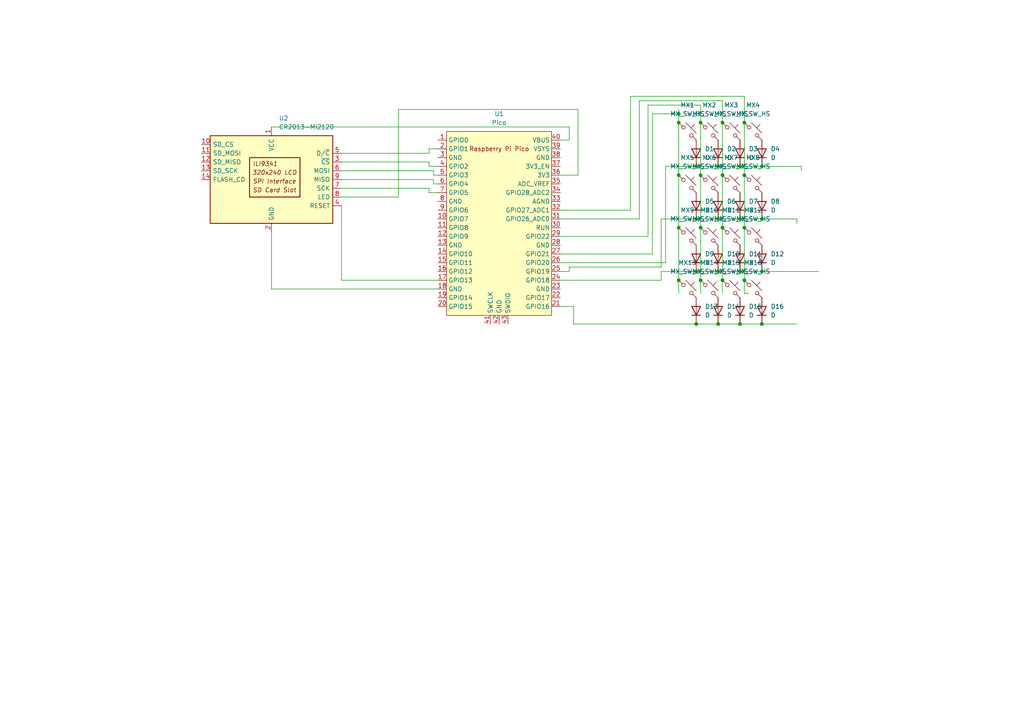
<source format=kicad_sch>
(kicad_sch
	(version 20250114)
	(generator "eeschema")
	(generator_version "9.0")
	(uuid "53ea52c9-fbde-462f-83c9-ff64b772f6bf")
	(paper "A4")
	(lib_symbols
		(symbol "Device:D"
			(pin_numbers
				(hide yes)
			)
			(pin_names
				(offset 1.016)
				(hide yes)
			)
			(exclude_from_sim no)
			(in_bom yes)
			(on_board yes)
			(property "Reference" "D"
				(at 0 2.54 0)
				(effects
					(font
						(size 1.27 1.27)
					)
				)
			)
			(property "Value" "D"
				(at 0 -2.54 0)
				(effects
					(font
						(size 1.27 1.27)
					)
				)
			)
			(property "Footprint" ""
				(at 0 0 0)
				(effects
					(font
						(size 1.27 1.27)
					)
					(hide yes)
				)
			)
			(property "Datasheet" "~"
				(at 0 0 0)
				(effects
					(font
						(size 1.27 1.27)
					)
					(hide yes)
				)
			)
			(property "Description" "Diode"
				(at 0 0 0)
				(effects
					(font
						(size 1.27 1.27)
					)
					(hide yes)
				)
			)
			(property "Sim.Device" "D"
				(at 0 0 0)
				(effects
					(font
						(size 1.27 1.27)
					)
					(hide yes)
				)
			)
			(property "Sim.Pins" "1=K 2=A"
				(at 0 0 0)
				(effects
					(font
						(size 1.27 1.27)
					)
					(hide yes)
				)
			)
			(property "ki_keywords" "diode"
				(at 0 0 0)
				(effects
					(font
						(size 1.27 1.27)
					)
					(hide yes)
				)
			)
			(property "ki_fp_filters" "TO-???* *_Diode_* *SingleDiode* D_*"
				(at 0 0 0)
				(effects
					(font
						(size 1.27 1.27)
					)
					(hide yes)
				)
			)
			(symbol "D_0_1"
				(polyline
					(pts
						(xy -1.27 1.27) (xy -1.27 -1.27)
					)
					(stroke
						(width 0.254)
						(type default)
					)
					(fill
						(type none)
					)
				)
				(polyline
					(pts
						(xy 1.27 1.27) (xy 1.27 -1.27) (xy -1.27 0) (xy 1.27 1.27)
					)
					(stroke
						(width 0.254)
						(type default)
					)
					(fill
						(type none)
					)
				)
				(polyline
					(pts
						(xy 1.27 0) (xy -1.27 0)
					)
					(stroke
						(width 0)
						(type default)
					)
					(fill
						(type none)
					)
				)
			)
			(symbol "D_1_1"
				(pin passive line
					(at -3.81 0 0)
					(length 2.54)
					(name "K"
						(effects
							(font
								(size 1.27 1.27)
							)
						)
					)
					(number "1"
						(effects
							(font
								(size 1.27 1.27)
							)
						)
					)
				)
				(pin passive line
					(at 3.81 0 180)
					(length 2.54)
					(name "A"
						(effects
							(font
								(size 1.27 1.27)
							)
						)
					)
					(number "2"
						(effects
							(font
								(size 1.27 1.27)
							)
						)
					)
				)
			)
			(embedded_fonts no)
		)
		(symbol "Driver_Display:CR2013-MI2120"
			(pin_names
				(offset 0.762)
			)
			(exclude_from_sim no)
			(in_bom yes)
			(on_board yes)
			(property "Reference" "U"
				(at -17.526 13.97 0)
				(effects
					(font
						(size 1.27 1.27)
					)
					(justify left)
				)
			)
			(property "Value" "CR2013-MI2120"
				(at 1.905 13.97 0)
				(effects
					(font
						(size 1.27 1.27)
					)
					(justify left)
				)
			)
			(property "Footprint" "Display:CR2013-MI2120"
				(at 0 -17.78 0)
				(effects
					(font
						(size 1.27 1.27)
					)
					(hide yes)
				)
			)
			(property "Datasheet" "http://pan.baidu.com/s/11Y990"
				(at -16.51 12.7 0)
				(effects
					(font
						(size 1.27 1.27)
					)
					(hide yes)
				)
			)
			(property "Description" "ILI9341 controller, SPI TFT LCD Display, 9-pin breakout PCB, 4-pin SD card interface, 5V/3.3V"
				(at 0 0 0)
				(effects
					(font
						(size 1.27 1.27)
					)
					(hide yes)
				)
			)
			(property "ki_keywords" "driver display"
				(at 0 0 0)
				(effects
					(font
						(size 1.27 1.27)
					)
					(hide yes)
				)
			)
			(property "ki_fp_filters" "*CR2013*MI2120*"
				(at 0 0 0)
				(effects
					(font
						(size 1.27 1.27)
					)
					(hide yes)
				)
			)
			(symbol "CR2013-MI2120_0_0"
				(text "ILI9341"
					(at -5.461 4.572 0)
					(effects
						(font
							(size 1.27 1.27)
							(italic yes)
						)
						(justify left)
					)
				)
				(text "SPI Interface"
					(at -5.461 -0.508 0)
					(effects
						(font
							(size 1.27 1.27)
							(italic yes)
						)
						(justify left)
					)
				)
				(text "SD Card Slot"
					(at -5.461 -3.048 0)
					(effects
						(font
							(size 1.27 1.27)
							(italic yes)
						)
						(justify left)
					)
				)
				(text "320x240 LCD"
					(at 0.889 2.032 0)
					(effects
						(font
							(size 1.27 1.27)
							(italic yes)
						)
					)
				)
			)
			(symbol "CR2013-MI2120_0_1"
				(rectangle
					(start -17.78 12.7)
					(end 17.78 -12.7)
					(stroke
						(width 0.254)
						(type default)
					)
					(fill
						(type background)
					)
				)
				(rectangle
					(start -6.35 6.35)
					(end 8.255 -5.08)
					(stroke
						(width 0.254)
						(type default)
					)
					(fill
						(type none)
					)
				)
			)
			(symbol "CR2013-MI2120_1_1"
				(pin input line
					(at -20.32 10.16 0)
					(length 2.54)
					(name "SD_CS"
						(effects
							(font
								(size 1.27 1.27)
							)
						)
					)
					(number "10"
						(effects
							(font
								(size 1.27 1.27)
							)
						)
					)
				)
				(pin input line
					(at -20.32 7.62 0)
					(length 2.54)
					(name "SD_MOSI"
						(effects
							(font
								(size 1.27 1.27)
							)
						)
					)
					(number "11"
						(effects
							(font
								(size 1.27 1.27)
							)
						)
					)
				)
				(pin output line
					(at -20.32 5.08 0)
					(length 2.54)
					(name "SD_MISO"
						(effects
							(font
								(size 1.27 1.27)
							)
						)
					)
					(number "12"
						(effects
							(font
								(size 1.27 1.27)
							)
						)
					)
				)
				(pin input line
					(at -20.32 2.54 0)
					(length 2.54)
					(name "SD_SCK"
						(effects
							(font
								(size 1.27 1.27)
							)
						)
					)
					(number "13"
						(effects
							(font
								(size 1.27 1.27)
							)
						)
					)
				)
				(pin input line
					(at -20.32 0 0)
					(length 2.54)
					(name "FLASH_CD"
						(effects
							(font
								(size 1.27 1.27)
							)
						)
					)
					(number "14"
						(effects
							(font
								(size 1.27 1.27)
							)
						)
					)
				)
				(pin power_in line
					(at 0 15.24 270)
					(length 2.54)
					(name "VCC"
						(effects
							(font
								(size 1.27 1.27)
							)
						)
					)
					(number "1"
						(effects
							(font
								(size 1.27 1.27)
							)
						)
					)
				)
				(pin power_in line
					(at 0 -15.24 90)
					(length 2.54)
					(name "GND"
						(effects
							(font
								(size 1.27 1.27)
							)
						)
					)
					(number "2"
						(effects
							(font
								(size 1.27 1.27)
							)
						)
					)
				)
				(pin input line
					(at 20.32 7.62 180)
					(length 2.54)
					(name "D/~{C}"
						(effects
							(font
								(size 1.27 1.27)
							)
						)
					)
					(number "5"
						(effects
							(font
								(size 1.27 1.27)
							)
						)
					)
				)
				(pin input line
					(at 20.32 5.08 180)
					(length 2.54)
					(name "~{CS}"
						(effects
							(font
								(size 1.27 1.27)
							)
						)
					)
					(number "3"
						(effects
							(font
								(size 1.27 1.27)
							)
						)
					)
				)
				(pin input line
					(at 20.32 2.54 180)
					(length 2.54)
					(name "MOSI"
						(effects
							(font
								(size 1.27 1.27)
							)
						)
					)
					(number "6"
						(effects
							(font
								(size 1.27 1.27)
							)
						)
					)
				)
				(pin output line
					(at 20.32 0 180)
					(length 2.54)
					(name "MISO"
						(effects
							(font
								(size 1.27 1.27)
							)
						)
					)
					(number "9"
						(effects
							(font
								(size 1.27 1.27)
							)
						)
					)
				)
				(pin input line
					(at 20.32 -2.54 180)
					(length 2.54)
					(name "SCK"
						(effects
							(font
								(size 1.27 1.27)
							)
						)
					)
					(number "7"
						(effects
							(font
								(size 1.27 1.27)
							)
						)
					)
				)
				(pin input line
					(at 20.32 -5.08 180)
					(length 2.54)
					(name "LED"
						(effects
							(font
								(size 1.27 1.27)
							)
						)
					)
					(number "8"
						(effects
							(font
								(size 1.27 1.27)
							)
						)
					)
				)
				(pin input line
					(at 20.32 -7.62 180)
					(length 2.54)
					(name "RESET"
						(effects
							(font
								(size 1.27 1.27)
							)
						)
					)
					(number "4"
						(effects
							(font
								(size 1.27 1.27)
							)
						)
					)
				)
			)
			(embedded_fonts no)
		)
		(symbol "MCU_RaspberryPi_and_Boards:Pico"
			(exclude_from_sim no)
			(in_bom yes)
			(on_board yes)
			(property "Reference" "U"
				(at -13.97 27.94 0)
				(effects
					(font
						(size 1.27 1.27)
					)
				)
			)
			(property "Value" "Pico"
				(at 0 19.05 0)
				(effects
					(font
						(size 1.27 1.27)
					)
				)
			)
			(property "Footprint" "RPi_Pico:RPi_Pico_SMD_TH"
				(at 0 0 90)
				(effects
					(font
						(size 1.27 1.27)
					)
					(hide yes)
				)
			)
			(property "Datasheet" ""
				(at 0 0 0)
				(effects
					(font
						(size 1.27 1.27)
					)
					(hide yes)
				)
			)
			(property "Description" ""
				(at 0 0 0)
				(effects
					(font
						(size 1.27 1.27)
					)
					(hide yes)
				)
			)
			(symbol "Pico_0_0"
				(text "Raspberry Pi Pico"
					(at 0 21.59 0)
					(effects
						(font
							(size 1.27 1.27)
						)
					)
				)
			)
			(symbol "Pico_0_1"
				(rectangle
					(start -15.24 26.67)
					(end 15.24 -26.67)
					(stroke
						(width 0)
						(type default)
					)
					(fill
						(type background)
					)
				)
			)
			(symbol "Pico_1_1"
				(pin bidirectional line
					(at -17.78 24.13 0)
					(length 2.54)
					(name "GPIO0"
						(effects
							(font
								(size 1.27 1.27)
							)
						)
					)
					(number "1"
						(effects
							(font
								(size 1.27 1.27)
							)
						)
					)
				)
				(pin bidirectional line
					(at -17.78 21.59 0)
					(length 2.54)
					(name "GPIO1"
						(effects
							(font
								(size 1.27 1.27)
							)
						)
					)
					(number "2"
						(effects
							(font
								(size 1.27 1.27)
							)
						)
					)
				)
				(pin power_in line
					(at -17.78 19.05 0)
					(length 2.54)
					(name "GND"
						(effects
							(font
								(size 1.27 1.27)
							)
						)
					)
					(number "3"
						(effects
							(font
								(size 1.27 1.27)
							)
						)
					)
				)
				(pin bidirectional line
					(at -17.78 16.51 0)
					(length 2.54)
					(name "GPIO2"
						(effects
							(font
								(size 1.27 1.27)
							)
						)
					)
					(number "4"
						(effects
							(font
								(size 1.27 1.27)
							)
						)
					)
				)
				(pin bidirectional line
					(at -17.78 13.97 0)
					(length 2.54)
					(name "GPIO3"
						(effects
							(font
								(size 1.27 1.27)
							)
						)
					)
					(number "5"
						(effects
							(font
								(size 1.27 1.27)
							)
						)
					)
				)
				(pin bidirectional line
					(at -17.78 11.43 0)
					(length 2.54)
					(name "GPIO4"
						(effects
							(font
								(size 1.27 1.27)
							)
						)
					)
					(number "6"
						(effects
							(font
								(size 1.27 1.27)
							)
						)
					)
				)
				(pin bidirectional line
					(at -17.78 8.89 0)
					(length 2.54)
					(name "GPIO5"
						(effects
							(font
								(size 1.27 1.27)
							)
						)
					)
					(number "7"
						(effects
							(font
								(size 1.27 1.27)
							)
						)
					)
				)
				(pin power_in line
					(at -17.78 6.35 0)
					(length 2.54)
					(name "GND"
						(effects
							(font
								(size 1.27 1.27)
							)
						)
					)
					(number "8"
						(effects
							(font
								(size 1.27 1.27)
							)
						)
					)
				)
				(pin bidirectional line
					(at -17.78 3.81 0)
					(length 2.54)
					(name "GPIO6"
						(effects
							(font
								(size 1.27 1.27)
							)
						)
					)
					(number "9"
						(effects
							(font
								(size 1.27 1.27)
							)
						)
					)
				)
				(pin bidirectional line
					(at -17.78 1.27 0)
					(length 2.54)
					(name "GPIO7"
						(effects
							(font
								(size 1.27 1.27)
							)
						)
					)
					(number "10"
						(effects
							(font
								(size 1.27 1.27)
							)
						)
					)
				)
				(pin bidirectional line
					(at -17.78 -1.27 0)
					(length 2.54)
					(name "GPIO8"
						(effects
							(font
								(size 1.27 1.27)
							)
						)
					)
					(number "11"
						(effects
							(font
								(size 1.27 1.27)
							)
						)
					)
				)
				(pin bidirectional line
					(at -17.78 -3.81 0)
					(length 2.54)
					(name "GPIO9"
						(effects
							(font
								(size 1.27 1.27)
							)
						)
					)
					(number "12"
						(effects
							(font
								(size 1.27 1.27)
							)
						)
					)
				)
				(pin power_in line
					(at -17.78 -6.35 0)
					(length 2.54)
					(name "GND"
						(effects
							(font
								(size 1.27 1.27)
							)
						)
					)
					(number "13"
						(effects
							(font
								(size 1.27 1.27)
							)
						)
					)
				)
				(pin bidirectional line
					(at -17.78 -8.89 0)
					(length 2.54)
					(name "GPIO10"
						(effects
							(font
								(size 1.27 1.27)
							)
						)
					)
					(number "14"
						(effects
							(font
								(size 1.27 1.27)
							)
						)
					)
				)
				(pin bidirectional line
					(at -17.78 -11.43 0)
					(length 2.54)
					(name "GPIO11"
						(effects
							(font
								(size 1.27 1.27)
							)
						)
					)
					(number "15"
						(effects
							(font
								(size 1.27 1.27)
							)
						)
					)
				)
				(pin bidirectional line
					(at -17.78 -13.97 0)
					(length 2.54)
					(name "GPIO12"
						(effects
							(font
								(size 1.27 1.27)
							)
						)
					)
					(number "16"
						(effects
							(font
								(size 1.27 1.27)
							)
						)
					)
				)
				(pin bidirectional line
					(at -17.78 -16.51 0)
					(length 2.54)
					(name "GPIO13"
						(effects
							(font
								(size 1.27 1.27)
							)
						)
					)
					(number "17"
						(effects
							(font
								(size 1.27 1.27)
							)
						)
					)
				)
				(pin power_in line
					(at -17.78 -19.05 0)
					(length 2.54)
					(name "GND"
						(effects
							(font
								(size 1.27 1.27)
							)
						)
					)
					(number "18"
						(effects
							(font
								(size 1.27 1.27)
							)
						)
					)
				)
				(pin bidirectional line
					(at -17.78 -21.59 0)
					(length 2.54)
					(name "GPIO14"
						(effects
							(font
								(size 1.27 1.27)
							)
						)
					)
					(number "19"
						(effects
							(font
								(size 1.27 1.27)
							)
						)
					)
				)
				(pin bidirectional line
					(at -17.78 -24.13 0)
					(length 2.54)
					(name "GPIO15"
						(effects
							(font
								(size 1.27 1.27)
							)
						)
					)
					(number "20"
						(effects
							(font
								(size 1.27 1.27)
							)
						)
					)
				)
				(pin input line
					(at -2.54 -29.21 90)
					(length 2.54)
					(name "SWCLK"
						(effects
							(font
								(size 1.27 1.27)
							)
						)
					)
					(number "41"
						(effects
							(font
								(size 1.27 1.27)
							)
						)
					)
				)
				(pin power_in line
					(at 0 -29.21 90)
					(length 2.54)
					(name "GND"
						(effects
							(font
								(size 1.27 1.27)
							)
						)
					)
					(number "42"
						(effects
							(font
								(size 1.27 1.27)
							)
						)
					)
				)
				(pin bidirectional line
					(at 2.54 -29.21 90)
					(length 2.54)
					(name "SWDIO"
						(effects
							(font
								(size 1.27 1.27)
							)
						)
					)
					(number "43"
						(effects
							(font
								(size 1.27 1.27)
							)
						)
					)
				)
				(pin power_in line
					(at 17.78 24.13 180)
					(length 2.54)
					(name "VBUS"
						(effects
							(font
								(size 1.27 1.27)
							)
						)
					)
					(number "40"
						(effects
							(font
								(size 1.27 1.27)
							)
						)
					)
				)
				(pin power_in line
					(at 17.78 21.59 180)
					(length 2.54)
					(name "VSYS"
						(effects
							(font
								(size 1.27 1.27)
							)
						)
					)
					(number "39"
						(effects
							(font
								(size 1.27 1.27)
							)
						)
					)
				)
				(pin bidirectional line
					(at 17.78 19.05 180)
					(length 2.54)
					(name "GND"
						(effects
							(font
								(size 1.27 1.27)
							)
						)
					)
					(number "38"
						(effects
							(font
								(size 1.27 1.27)
							)
						)
					)
				)
				(pin input line
					(at 17.78 16.51 180)
					(length 2.54)
					(name "3V3_EN"
						(effects
							(font
								(size 1.27 1.27)
							)
						)
					)
					(number "37"
						(effects
							(font
								(size 1.27 1.27)
							)
						)
					)
				)
				(pin power_in line
					(at 17.78 13.97 180)
					(length 2.54)
					(name "3V3"
						(effects
							(font
								(size 1.27 1.27)
							)
						)
					)
					(number "36"
						(effects
							(font
								(size 1.27 1.27)
							)
						)
					)
				)
				(pin power_in line
					(at 17.78 11.43 180)
					(length 2.54)
					(name "ADC_VREF"
						(effects
							(font
								(size 1.27 1.27)
							)
						)
					)
					(number "35"
						(effects
							(font
								(size 1.27 1.27)
							)
						)
					)
				)
				(pin bidirectional line
					(at 17.78 8.89 180)
					(length 2.54)
					(name "GPIO28_ADC2"
						(effects
							(font
								(size 1.27 1.27)
							)
						)
					)
					(number "34"
						(effects
							(font
								(size 1.27 1.27)
							)
						)
					)
				)
				(pin power_in line
					(at 17.78 6.35 180)
					(length 2.54)
					(name "AGND"
						(effects
							(font
								(size 1.27 1.27)
							)
						)
					)
					(number "33"
						(effects
							(font
								(size 1.27 1.27)
							)
						)
					)
				)
				(pin bidirectional line
					(at 17.78 3.81 180)
					(length 2.54)
					(name "GPIO27_ADC1"
						(effects
							(font
								(size 1.27 1.27)
							)
						)
					)
					(number "32"
						(effects
							(font
								(size 1.27 1.27)
							)
						)
					)
				)
				(pin bidirectional line
					(at 17.78 1.27 180)
					(length 2.54)
					(name "GPIO26_ADC0"
						(effects
							(font
								(size 1.27 1.27)
							)
						)
					)
					(number "31"
						(effects
							(font
								(size 1.27 1.27)
							)
						)
					)
				)
				(pin input line
					(at 17.78 -1.27 180)
					(length 2.54)
					(name "RUN"
						(effects
							(font
								(size 1.27 1.27)
							)
						)
					)
					(number "30"
						(effects
							(font
								(size 1.27 1.27)
							)
						)
					)
				)
				(pin bidirectional line
					(at 17.78 -3.81 180)
					(length 2.54)
					(name "GPIO22"
						(effects
							(font
								(size 1.27 1.27)
							)
						)
					)
					(number "29"
						(effects
							(font
								(size 1.27 1.27)
							)
						)
					)
				)
				(pin power_in line
					(at 17.78 -6.35 180)
					(length 2.54)
					(name "GND"
						(effects
							(font
								(size 1.27 1.27)
							)
						)
					)
					(number "28"
						(effects
							(font
								(size 1.27 1.27)
							)
						)
					)
				)
				(pin bidirectional line
					(at 17.78 -8.89 180)
					(length 2.54)
					(name "GPIO21"
						(effects
							(font
								(size 1.27 1.27)
							)
						)
					)
					(number "27"
						(effects
							(font
								(size 1.27 1.27)
							)
						)
					)
				)
				(pin bidirectional line
					(at 17.78 -11.43 180)
					(length 2.54)
					(name "GPIO20"
						(effects
							(font
								(size 1.27 1.27)
							)
						)
					)
					(number "26"
						(effects
							(font
								(size 1.27 1.27)
							)
						)
					)
				)
				(pin bidirectional line
					(at 17.78 -13.97 180)
					(length 2.54)
					(name "GPIO19"
						(effects
							(font
								(size 1.27 1.27)
							)
						)
					)
					(number "25"
						(effects
							(font
								(size 1.27 1.27)
							)
						)
					)
				)
				(pin bidirectional line
					(at 17.78 -16.51 180)
					(length 2.54)
					(name "GPIO18"
						(effects
							(font
								(size 1.27 1.27)
							)
						)
					)
					(number "24"
						(effects
							(font
								(size 1.27 1.27)
							)
						)
					)
				)
				(pin power_in line
					(at 17.78 -19.05 180)
					(length 2.54)
					(name "GND"
						(effects
							(font
								(size 1.27 1.27)
							)
						)
					)
					(number "23"
						(effects
							(font
								(size 1.27 1.27)
							)
						)
					)
				)
				(pin bidirectional line
					(at 17.78 -21.59 180)
					(length 2.54)
					(name "GPIO17"
						(effects
							(font
								(size 1.27 1.27)
							)
						)
					)
					(number "22"
						(effects
							(font
								(size 1.27 1.27)
							)
						)
					)
				)
				(pin bidirectional line
					(at 17.78 -24.13 180)
					(length 2.54)
					(name "GPIO16"
						(effects
							(font
								(size 1.27 1.27)
							)
						)
					)
					(number "21"
						(effects
							(font
								(size 1.27 1.27)
							)
						)
					)
				)
			)
			(embedded_fonts no)
		)
		(symbol "PCM_marbastlib-mx:MX_SW_HS_KS-2P02B01-01"
			(pin_numbers
				(hide yes)
			)
			(pin_names
				(offset 1.016)
				(hide yes)
			)
			(exclude_from_sim no)
			(in_bom yes)
			(on_board yes)
			(property "Reference" "MX"
				(at 3.048 1.016 0)
				(effects
					(font
						(size 1.27 1.27)
					)
					(justify left)
				)
			)
			(property "Value" "MX_SW_HS"
				(at 0 -3.81 0)
				(effects
					(font
						(size 1.27 1.27)
					)
				)
			)
			(property "Footprint" "PCM_marbastlib-mx:SW_MX_HS_KS-2P02B01-01_1u"
				(at 0 0 0)
				(effects
					(font
						(size 1.27 1.27)
					)
					(hide yes)
				)
			)
			(property "Datasheet" "~"
				(at 0 0 0)
				(effects
					(font
						(size 1.27 1.27)
					)
					(hide yes)
				)
			)
			(property "Description" "Push button switch, normally open, two pins, 45° tilted, Gateron KS-2P02B01-01 for Cherry MX style switches"
				(at 0 0 0)
				(effects
					(font
						(size 1.27 1.27)
					)
					(hide yes)
				)
			)
			(property "ki_keywords" "switch normally-open pushbutton push-button"
				(at 0 0 0)
				(effects
					(font
						(size 1.27 1.27)
					)
					(hide yes)
				)
			)
			(symbol "MX_SW_HS_KS-2P02B01-01_0_1"
				(polyline
					(pts
						(xy -2.54 2.54) (xy -1.524 1.524) (xy -1.524 1.524)
					)
					(stroke
						(width 0)
						(type default)
					)
					(fill
						(type none)
					)
				)
				(circle
					(center -1.1684 1.1684)
					(radius 0.508)
					(stroke
						(width 0)
						(type default)
					)
					(fill
						(type none)
					)
				)
				(polyline
					(pts
						(xy -0.508 2.54) (xy 2.54 -0.508)
					)
					(stroke
						(width 0)
						(type default)
					)
					(fill
						(type none)
					)
				)
				(polyline
					(pts
						(xy 1.016 1.016) (xy 2.032 2.032)
					)
					(stroke
						(width 0)
						(type default)
					)
					(fill
						(type none)
					)
				)
				(circle
					(center 1.143 -1.1938)
					(radius 0.508)
					(stroke
						(width 0)
						(type default)
					)
					(fill
						(type none)
					)
				)
				(polyline
					(pts
						(xy 1.524 -1.524) (xy 2.54 -2.54) (xy 2.54 -2.54) (xy 2.54 -2.54)
					)
					(stroke
						(width 0)
						(type default)
					)
					(fill
						(type none)
					)
				)
				(pin passive line
					(at -2.54 2.54 0)
					(length 0)
					(name "1"
						(effects
							(font
								(size 1.27 1.27)
							)
						)
					)
					(number "1"
						(effects
							(font
								(size 1.27 1.27)
							)
						)
					)
				)
				(pin passive line
					(at 2.54 -2.54 180)
					(length 0)
					(name "2"
						(effects
							(font
								(size 1.27 1.27)
							)
						)
					)
					(number "2"
						(effects
							(font
								(size 1.27 1.27)
							)
						)
					)
				)
			)
			(embedded_fonts no)
		)
	)
	(junction
		(at 214.63 48.26)
		(diameter 0)
		(color 0 0 0 0)
		(uuid "003b1e25-32ce-42d4-8d4f-2c03d7e60ffe")
	)
	(junction
		(at 196.85 33.02)
		(diameter 0)
		(color 0 0 0 0)
		(uuid "03a99d36-de88-48d2-adc2-5d7763db3084")
	)
	(junction
		(at 215.9 35.56)
		(diameter 0)
		(color 0 0 0 0)
		(uuid "03e441af-3509-4962-a47f-270a81aaed82")
	)
	(junction
		(at 196.85 81.28)
		(diameter 0)
		(color 0 0 0 0)
		(uuid "0bdd3bbe-e89e-4204-8edf-387b6beb74a7")
	)
	(junction
		(at 208.28 48.26)
		(diameter 0)
		(color 0 0 0 0)
		(uuid "101b93ac-3b5d-4d0a-bf85-cb5569e4adaf")
	)
	(junction
		(at 203.2 66.04)
		(diameter 0)
		(color 0 0 0 0)
		(uuid "18fb34aa-e62c-4db7-811d-76da4337a3b2")
	)
	(junction
		(at 215.9 50.8)
		(diameter 0)
		(color 0 0 0 0)
		(uuid "1cb2e61e-0ce2-4be4-ab1e-038af5f7375e")
	)
	(junction
		(at 201.93 78.74)
		(diameter 0)
		(color 0 0 0 0)
		(uuid "1d8ad286-5a70-42b5-af87-977ef399d24b")
	)
	(junction
		(at 215.9 66.04)
		(diameter 0)
		(color 0 0 0 0)
		(uuid "23b3fb9a-53dd-4392-bd70-e5816e3941e0")
	)
	(junction
		(at 208.28 63.5)
		(diameter 0)
		(color 0 0 0 0)
		(uuid "24fba1bc-7d9a-47a0-b28e-8dc5c3d044c5")
	)
	(junction
		(at 208.28 78.74)
		(diameter 0)
		(color 0 0 0 0)
		(uuid "2906104b-8a0c-40bf-8c40-d9b115d61789")
	)
	(junction
		(at 203.2 81.28)
		(diameter 0)
		(color 0 0 0 0)
		(uuid "48739fa7-6656-431b-80d7-e8da6a3c7acd")
	)
	(junction
		(at 214.63 93.98)
		(diameter 0)
		(color 0 0 0 0)
		(uuid "5078cb60-9d54-4588-baa7-ce580c2e51f8")
	)
	(junction
		(at 203.2 35.56)
		(diameter 0)
		(color 0 0 0 0)
		(uuid "509d361e-2c54-44c1-acc3-1b7c6b8ceacd")
	)
	(junction
		(at 196.85 66.04)
		(diameter 0)
		(color 0 0 0 0)
		(uuid "62c28d4c-da53-4775-8243-96558e049337")
	)
	(junction
		(at 220.98 93.98)
		(diameter 0)
		(color 0 0 0 0)
		(uuid "76593d97-9265-46b1-90fb-f38e1af457a1")
	)
	(junction
		(at 201.93 93.98)
		(diameter 0)
		(color 0 0 0 0)
		(uuid "818af394-da13-4f89-9cee-c36c9686a21a")
	)
	(junction
		(at 201.93 48.26)
		(diameter 0)
		(color 0 0 0 0)
		(uuid "8810c73f-e385-44ae-9a52-981951be1751")
	)
	(junction
		(at 220.98 48.26)
		(diameter 0)
		(color 0 0 0 0)
		(uuid "8e80e2bc-328f-49db-9763-961122a118c6")
	)
	(junction
		(at 209.55 35.56)
		(diameter 0)
		(color 0 0 0 0)
		(uuid "8fb57bdc-32bc-4be0-bd8c-51e1f9f96d45")
	)
	(junction
		(at 209.55 50.8)
		(diameter 0)
		(color 0 0 0 0)
		(uuid "8fdd69c0-6b23-4b05-87af-a19f3076be66")
	)
	(junction
		(at 214.63 63.5)
		(diameter 0)
		(color 0 0 0 0)
		(uuid "a13dab81-2dcd-499c-bd18-b552b18a0626")
	)
	(junction
		(at 209.55 81.28)
		(diameter 0)
		(color 0 0 0 0)
		(uuid "ac1915cb-4533-4e51-a438-f38940627ef0")
	)
	(junction
		(at 203.2 50.8)
		(diameter 0)
		(color 0 0 0 0)
		(uuid "af321ba8-6649-447d-abb7-889b9fcee139")
	)
	(junction
		(at 196.85 50.8)
		(diameter 0)
		(color 0 0 0 0)
		(uuid "b4eb718a-660f-4bf3-9deb-c04e68b824f3")
	)
	(junction
		(at 196.85 35.56)
		(diameter 0)
		(color 0 0 0 0)
		(uuid "ba48f4b0-e137-4b3f-bd03-418752c2febd")
	)
	(junction
		(at 201.93 63.5)
		(diameter 0)
		(color 0 0 0 0)
		(uuid "c49f70ac-6789-4ade-a5ee-66740fa15055")
	)
	(junction
		(at 220.98 78.74)
		(diameter 0)
		(color 0 0 0 0)
		(uuid "cc30d37d-2741-4c32-aeee-d70a797e12d6")
	)
	(junction
		(at 214.63 78.74)
		(diameter 0)
		(color 0 0 0 0)
		(uuid "dacabae3-d37b-4917-8eeb-7f32c5dfffc5")
	)
	(junction
		(at 209.55 66.04)
		(diameter 0)
		(color 0 0 0 0)
		(uuid "de29bd27-4454-446a-b948-6982585ff3d0")
	)
	(junction
		(at 220.98 63.5)
		(diameter 0)
		(color 0 0 0 0)
		(uuid "e8f027a8-ece6-4f3a-8ce5-bba0921f0125")
	)
	(junction
		(at 215.9 81.28)
		(diameter 0)
		(color 0 0 0 0)
		(uuid "fabdf2d7-ed57-4748-ae12-aa242c5eea90")
	)
	(junction
		(at 208.28 93.98)
		(diameter 0)
		(color 0 0 0 0)
		(uuid "fdac043c-2321-41d6-beec-1e7b8ff83273")
	)
	(wire
		(pts
			(xy 201.93 78.74) (xy 208.28 78.74)
		)
		(stroke
			(width 0)
			(type default)
		)
		(uuid "015c6cee-31ae-4b30-bb9a-a0b40fe682c8")
	)
	(wire
		(pts
			(xy 214.63 93.98) (xy 220.98 93.98)
		)
		(stroke
			(width 0)
			(type default)
		)
		(uuid "0666005e-356b-4772-b51f-72ef28390aa0")
	)
	(wire
		(pts
			(xy 165.1 78.74) (xy 162.56 78.74)
		)
		(stroke
			(width 0)
			(type default)
		)
		(uuid "0a7c76a3-5624-46e6-ba96-6b9f04df1b74")
	)
	(wire
		(pts
			(xy 203.2 81.28) (xy 203.2 85.09)
		)
		(stroke
			(width 0)
			(type default)
		)
		(uuid "189a9310-f2af-4c36-a782-70f4563aa8ff")
	)
	(wire
		(pts
			(xy 196.85 50.8) (xy 196.85 66.04)
		)
		(stroke
			(width 0)
			(type default)
		)
		(uuid "22bda734-483f-4cc7-8a30-43e316f51ab3")
	)
	(wire
		(pts
			(xy 191.77 63.5) (xy 191.77 77.47)
		)
		(stroke
			(width 0)
			(type default)
		)
		(uuid "293b2d95-24d2-4f4c-a090-eb2a880e966c")
	)
	(wire
		(pts
			(xy 99.06 57.15) (xy 115.57 57.15)
		)
		(stroke
			(width 0)
			(type default)
		)
		(uuid "2b7617f9-d69a-472d-9859-ac56d4092458")
	)
	(wire
		(pts
			(xy 215.9 35.56) (xy 215.9 50.8)
		)
		(stroke
			(width 0)
			(type default)
		)
		(uuid "2bee4170-b967-4f88-9871-ad035e17f3ad")
	)
	(wire
		(pts
			(xy 124.46 55.88) (xy 127 55.88)
		)
		(stroke
			(width 0)
			(type default)
		)
		(uuid "2c09b451-1c2e-4e54-a23c-f91c29c06525")
	)
	(wire
		(pts
			(xy 196.85 31.75) (xy 196.85 33.02)
		)
		(stroke
			(width 0)
			(type default)
		)
		(uuid "2c5c22a8-9574-44bc-aab2-89966fb0e368")
	)
	(wire
		(pts
			(xy 215.9 50.8) (xy 215.9 66.04)
		)
		(stroke
			(width 0)
			(type default)
		)
		(uuid "32ca5152-6ae8-4f78-b815-aaa6f37fbbfc")
	)
	(wire
		(pts
			(xy 220.98 48.26) (xy 232.41 48.26)
		)
		(stroke
			(width 0)
			(type default)
		)
		(uuid "359610e4-9662-454a-9f61-cbb0d845c750")
	)
	(wire
		(pts
			(xy 196.85 66.04) (xy 196.85 81.28)
		)
		(stroke
			(width 0)
			(type default)
		)
		(uuid "36cd6d1a-8e90-4f70-b1f3-3fb121689b60")
	)
	(wire
		(pts
			(xy 165.1 77.47) (xy 165.1 78.74)
		)
		(stroke
			(width 0)
			(type default)
		)
		(uuid "3771f5b9-de21-496b-8a28-e4a946a0d29d")
	)
	(wire
		(pts
			(xy 115.57 57.15) (xy 115.57 31.75)
		)
		(stroke
			(width 0)
			(type default)
		)
		(uuid "38d62141-9239-45ba-8d8b-21765678f697")
	)
	(wire
		(pts
			(xy 182.88 27.94) (xy 182.88 60.96)
		)
		(stroke
			(width 0)
			(type default)
		)
		(uuid "3b2da647-b43b-4e27-8321-68216470fd31")
	)
	(wire
		(pts
			(xy 124.46 46.99) (xy 124.46 48.26)
		)
		(stroke
			(width 0)
			(type default)
		)
		(uuid "3dec4a3a-677f-4cde-965b-fdd8f3796045")
	)
	(wire
		(pts
			(xy 209.55 50.8) (xy 209.55 66.04)
		)
		(stroke
			(width 0)
			(type default)
		)
		(uuid "3efb2b18-caa1-488e-bb45-0ad52b22ffb8")
	)
	(wire
		(pts
			(xy 201.93 93.98) (xy 208.28 93.98)
		)
		(stroke
			(width 0)
			(type default)
		)
		(uuid "44e1d274-f0a1-4fed-8f90-622dc60c5b73")
	)
	(wire
		(pts
			(xy 203.2 30.48) (xy 203.2 35.56)
		)
		(stroke
			(width 0)
			(type default)
		)
		(uuid "4de0cce1-6ffe-4cc5-9667-3e2cbc1ec4c7")
	)
	(wire
		(pts
			(xy 196.85 33.02) (xy 196.85 35.56)
		)
		(stroke
			(width 0)
			(type default)
		)
		(uuid "4f13c674-294b-4806-ba06-8d7b0b0f29d7")
	)
	(wire
		(pts
			(xy 78.74 67.31) (xy 78.74 83.82)
		)
		(stroke
			(width 0)
			(type default)
		)
		(uuid "518d71e8-6ca4-4dd4-8dda-097e5da9ca64")
	)
	(wire
		(pts
			(xy 162.56 76.2) (xy 193.04 76.2)
		)
		(stroke
			(width 0)
			(type default)
		)
		(uuid "527a4876-406d-424b-b5cb-1e75c5cf6ae2")
	)
	(wire
		(pts
			(xy 167.64 50.8) (xy 162.56 50.8)
		)
		(stroke
			(width 0)
			(type default)
		)
		(uuid "53087f3a-48fb-4616-a5ed-49850bb6b991")
	)
	(wire
		(pts
			(xy 191.77 77.47) (xy 165.1 77.47)
		)
		(stroke
			(width 0)
			(type default)
		)
		(uuid "53fb6160-405b-4d6a-8754-5f88feec8fce")
	)
	(wire
		(pts
			(xy 165.1 40.64) (xy 162.56 40.64)
		)
		(stroke
			(width 0)
			(type default)
		)
		(uuid "56b0a9bc-25cf-4d6d-b948-d02c22868854")
	)
	(wire
		(pts
			(xy 203.2 35.56) (xy 203.2 50.8)
		)
		(stroke
			(width 0)
			(type default)
		)
		(uuid "56bc6c8f-ec01-419a-bef5-0fbb4016c1d6")
	)
	(wire
		(pts
			(xy 215.9 27.94) (xy 215.9 35.56)
		)
		(stroke
			(width 0)
			(type default)
		)
		(uuid "56e819df-8bf3-4de8-adfc-3d467df15e68")
	)
	(wire
		(pts
			(xy 231.14 63.5) (xy 231.14 64.77)
		)
		(stroke
			(width 0)
			(type default)
		)
		(uuid "57c641c1-fb24-4162-af57-4088a96e84d2")
	)
	(wire
		(pts
			(xy 220.98 78.74) (xy 237.49 78.74)
		)
		(stroke
			(width 0)
			(type default)
		)
		(uuid "5944bcb3-26b4-48f8-a0db-62fa1c9a2101")
	)
	(wire
		(pts
			(xy 196.85 33.02) (xy 189.23 33.02)
		)
		(stroke
			(width 0)
			(type default)
		)
		(uuid "5b26c9e6-b893-4c24-abf3-2ff255c9c157")
	)
	(wire
		(pts
			(xy 201.93 63.5) (xy 208.28 63.5)
		)
		(stroke
			(width 0)
			(type default)
		)
		(uuid "5b331043-344b-4379-b21b-3c4a95a8d258")
	)
	(wire
		(pts
			(xy 203.2 50.8) (xy 203.2 66.04)
		)
		(stroke
			(width 0)
			(type default)
		)
		(uuid "5b7ecb79-a9b8-4302-8483-a183585d08cf")
	)
	(wire
		(pts
			(xy 196.85 35.56) (xy 196.85 50.8)
		)
		(stroke
			(width 0)
			(type default)
		)
		(uuid "5bedb036-421d-4138-a902-5496a6691b23")
	)
	(wire
		(pts
			(xy 214.63 78.74) (xy 220.98 78.74)
		)
		(stroke
			(width 0)
			(type default)
		)
		(uuid "609cc72b-06e5-430d-baa1-ba68682a13c2")
	)
	(wire
		(pts
			(xy 214.63 48.26) (xy 220.98 48.26)
		)
		(stroke
			(width 0)
			(type default)
		)
		(uuid "647b776f-fa02-4184-aeab-0df5fd8fe1d9")
	)
	(wire
		(pts
			(xy 209.55 35.56) (xy 209.55 50.8)
		)
		(stroke
			(width 0)
			(type default)
		)
		(uuid "65185900-892c-4b85-bf14-a3e5d07d2e07")
	)
	(wire
		(pts
			(xy 185.42 63.5) (xy 162.56 63.5)
		)
		(stroke
			(width 0)
			(type default)
		)
		(uuid "689a22d7-5387-4142-abe0-e651e556535a")
	)
	(wire
		(pts
			(xy 215.9 81.28) (xy 215.9 85.09)
		)
		(stroke
			(width 0)
			(type default)
		)
		(uuid "6a69bb89-222d-477a-ace7-bf44510ae441")
	)
	(wire
		(pts
			(xy 209.55 66.04) (xy 209.55 81.28)
		)
		(stroke
			(width 0)
			(type default)
		)
		(uuid "6ad1c667-50b1-4052-a8d0-c2460d21f2a1")
	)
	(wire
		(pts
			(xy 187.96 68.58) (xy 162.56 68.58)
		)
		(stroke
			(width 0)
			(type default)
		)
		(uuid "6d2a6a4b-44e6-4844-94ce-f01071514004")
	)
	(wire
		(pts
			(xy 191.77 78.74) (xy 191.77 81.28)
		)
		(stroke
			(width 0)
			(type default)
		)
		(uuid "6e19f078-bf67-4515-b079-2487f3c1ca97")
	)
	(wire
		(pts
			(xy 166.37 88.9) (xy 162.56 88.9)
		)
		(stroke
			(width 0)
			(type default)
		)
		(uuid "740ddaf5-d4d7-4942-a50d-f809e0fe7d28")
	)
	(wire
		(pts
			(xy 208.28 48.26) (xy 214.63 48.26)
		)
		(stroke
			(width 0)
			(type default)
		)
		(uuid "77c32a06-7165-430b-90f8-8e242f59def1")
	)
	(wire
		(pts
			(xy 124.46 43.18) (xy 127 43.18)
		)
		(stroke
			(width 0)
			(type default)
		)
		(uuid "78b777b6-56a3-4987-b349-cbc0e6fa1d81")
	)
	(wire
		(pts
			(xy 115.57 31.75) (xy 167.64 31.75)
		)
		(stroke
			(width 0)
			(type default)
		)
		(uuid "7b5238c4-5ff7-4129-b644-9e718cf02985")
	)
	(wire
		(pts
			(xy 99.06 52.07) (xy 125.73 52.07)
		)
		(stroke
			(width 0)
			(type default)
		)
		(uuid "7d543d27-ec89-453c-8bf9-9bf63c8f7214")
	)
	(wire
		(pts
			(xy 232.41 48.26) (xy 232.41 49.53)
		)
		(stroke
			(width 0)
			(type default)
		)
		(uuid "801bfb2b-7319-4442-bd65-8e4022756a1e")
	)
	(wire
		(pts
			(xy 78.74 36.83) (xy 165.1 36.83)
		)
		(stroke
			(width 0)
			(type default)
		)
		(uuid "80a0faa7-9023-4ea5-b993-bfaa04a58801")
	)
	(wire
		(pts
			(xy 124.46 54.61) (xy 124.46 55.88)
		)
		(stroke
			(width 0)
			(type default)
		)
		(uuid "868c8089-7bee-4b5f-a5f4-427222af37c2")
	)
	(wire
		(pts
			(xy 185.42 29.21) (xy 185.42 63.5)
		)
		(stroke
			(width 0)
			(type default)
		)
		(uuid "898da185-7620-42ea-a2ea-fc25af8b0122")
	)
	(wire
		(pts
			(xy 214.63 63.5) (xy 220.98 63.5)
		)
		(stroke
			(width 0)
			(type default)
		)
		(uuid "8aeb5787-d218-4ae9-a144-6cd14913a503")
	)
	(wire
		(pts
			(xy 124.46 44.45) (xy 124.46 43.18)
		)
		(stroke
			(width 0)
			(type default)
		)
		(uuid "8fb72de1-2bfc-443d-b450-49127cf32957")
	)
	(wire
		(pts
			(xy 191.77 81.28) (xy 162.56 81.28)
		)
		(stroke
			(width 0)
			(type default)
		)
		(uuid "928e5c10-03d8-4c23-a968-a209c997e85d")
	)
	(wire
		(pts
			(xy 166.37 93.98) (xy 166.37 88.9)
		)
		(stroke
			(width 0)
			(type default)
		)
		(uuid "974c2f3d-7ea8-48a5-b17a-836862a4f490")
	)
	(wire
		(pts
			(xy 189.23 73.66) (xy 162.56 73.66)
		)
		(stroke
			(width 0)
			(type default)
		)
		(uuid "9a7df7d5-9c57-4394-9341-f99a00bf8575")
	)
	(wire
		(pts
			(xy 203.2 66.04) (xy 203.2 81.28)
		)
		(stroke
			(width 0)
			(type default)
		)
		(uuid "9bff6da0-0677-4beb-ae33-916f7b968e03")
	)
	(wire
		(pts
			(xy 209.55 29.21) (xy 209.55 35.56)
		)
		(stroke
			(width 0)
			(type default)
		)
		(uuid "a0508027-0b54-4701-9d30-ad6d5b1c4a08")
	)
	(wire
		(pts
			(xy 193.04 48.26) (xy 193.04 76.2)
		)
		(stroke
			(width 0)
			(type default)
		)
		(uuid "a075c5c8-4c2c-49f6-a128-dfc95ad06dd6")
	)
	(wire
		(pts
			(xy 165.1 36.83) (xy 165.1 40.64)
		)
		(stroke
			(width 0)
			(type default)
		)
		(uuid "a245e512-aac2-43b4-a639-b20631f8a1fc")
	)
	(wire
		(pts
			(xy 209.55 81.28) (xy 209.55 85.09)
		)
		(stroke
			(width 0)
			(type default)
		)
		(uuid "a47867cd-bcaf-4f54-9dae-8999441c4f5d")
	)
	(wire
		(pts
			(xy 99.06 54.61) (xy 124.46 54.61)
		)
		(stroke
			(width 0)
			(type default)
		)
		(uuid "a6db0c1a-468a-431c-8a88-9c32dc3f1beb")
	)
	(wire
		(pts
			(xy 191.77 63.5) (xy 201.93 63.5)
		)
		(stroke
			(width 0)
			(type default)
		)
		(uuid "b1447dd7-7476-43b6-a5c5-357d94fa2198")
	)
	(wire
		(pts
			(xy 208.28 93.98) (xy 214.63 93.98)
		)
		(stroke
			(width 0)
			(type default)
		)
		(uuid "b7f0eefc-9e64-4392-b38a-051777a804d5")
	)
	(wire
		(pts
			(xy 99.06 44.45) (xy 124.46 44.45)
		)
		(stroke
			(width 0)
			(type default)
		)
		(uuid "b9f50b75-2f0c-444c-aec0-538eb3623a14")
	)
	(wire
		(pts
			(xy 189.23 33.02) (xy 189.23 73.66)
		)
		(stroke
			(width 0)
			(type default)
		)
		(uuid "bb8bfd16-f22a-44fd-a8b9-4d7b3e44efe3")
	)
	(wire
		(pts
			(xy 167.64 31.75) (xy 167.64 50.8)
		)
		(stroke
			(width 0)
			(type default)
		)
		(uuid "bee0da27-3109-4843-91cc-d016a0a96403")
	)
	(wire
		(pts
			(xy 208.28 78.74) (xy 214.63 78.74)
		)
		(stroke
			(width 0)
			(type default)
		)
		(uuid "c2865d4a-4dac-4e62-94b0-be2a7c954f8a")
	)
	(wire
		(pts
			(xy 196.85 81.28) (xy 196.85 85.09)
		)
		(stroke
			(width 0)
			(type default)
		)
		(uuid "c7aeafb2-69f4-41c1-a4e0-f2f03e24b0e4")
	)
	(wire
		(pts
			(xy 166.37 93.98) (xy 201.93 93.98)
		)
		(stroke
			(width 0)
			(type default)
		)
		(uuid "ca1dc489-82fe-49dd-9195-beb389781f08")
	)
	(wire
		(pts
			(xy 182.88 60.96) (xy 162.56 60.96)
		)
		(stroke
			(width 0)
			(type default)
		)
		(uuid "cafb0bb5-2fbc-46e1-b6b6-331831b0878d")
	)
	(wire
		(pts
			(xy 125.73 53.34) (xy 127 53.34)
		)
		(stroke
			(width 0)
			(type default)
		)
		(uuid "cbd78b4c-871a-45a8-b98d-914183d9d6f0")
	)
	(wire
		(pts
			(xy 99.06 49.53) (xy 125.73 49.53)
		)
		(stroke
			(width 0)
			(type default)
		)
		(uuid "cde65004-c830-44f9-bc71-1dde1ea07f4a")
	)
	(wire
		(pts
			(xy 215.9 85.09) (xy 217.17 85.09)
		)
		(stroke
			(width 0)
			(type default)
		)
		(uuid "cf57c382-4eef-4467-a597-7b0863e25d52")
	)
	(wire
		(pts
			(xy 201.93 48.26) (xy 208.28 48.26)
		)
		(stroke
			(width 0)
			(type default)
		)
		(uuid "cff8c3ce-9c41-4e94-a4fe-e842380c1413")
	)
	(wire
		(pts
			(xy 215.9 27.94) (xy 182.88 27.94)
		)
		(stroke
			(width 0)
			(type default)
		)
		(uuid "d1deafaf-4a56-4bc4-80a3-f8fef9402e8f")
	)
	(wire
		(pts
			(xy 209.55 29.21) (xy 185.42 29.21)
		)
		(stroke
			(width 0)
			(type default)
		)
		(uuid "d24a8e8b-b2c8-49c2-8d18-c45a8fea009b")
	)
	(wire
		(pts
			(xy 99.06 81.28) (xy 127 81.28)
		)
		(stroke
			(width 0)
			(type default)
		)
		(uuid "d88d2086-a61d-40e7-b9d0-aaf3b94d90ab")
	)
	(wire
		(pts
			(xy 99.06 46.99) (xy 124.46 46.99)
		)
		(stroke
			(width 0)
			(type default)
		)
		(uuid "dea9b723-0e6e-4cba-898e-204fd2739615")
	)
	(wire
		(pts
			(xy 191.77 78.74) (xy 201.93 78.74)
		)
		(stroke
			(width 0)
			(type default)
		)
		(uuid "dee8e646-f1b6-48d8-9937-3a0835eea8ca")
	)
	(wire
		(pts
			(xy 125.73 50.8) (xy 127 50.8)
		)
		(stroke
			(width 0)
			(type default)
		)
		(uuid "df231480-d32a-4804-8d57-fcdae0a5cba6")
	)
	(wire
		(pts
			(xy 215.9 66.04) (xy 215.9 81.28)
		)
		(stroke
			(width 0)
			(type default)
		)
		(uuid "e8048d7b-94cf-475c-8233-785a1ba2aa4d")
	)
	(wire
		(pts
			(xy 208.28 63.5) (xy 214.63 63.5)
		)
		(stroke
			(width 0)
			(type default)
		)
		(uuid "ec31b0a1-5293-4b8d-803a-832575c962a8")
	)
	(wire
		(pts
			(xy 78.74 83.82) (xy 127 83.82)
		)
		(stroke
			(width 0)
			(type default)
		)
		(uuid "ee166089-45aa-47c0-8ecf-bd782f5eefb3")
	)
	(wire
		(pts
			(xy 124.46 48.26) (xy 127 48.26)
		)
		(stroke
			(width 0)
			(type default)
		)
		(uuid "f326a4fd-95bc-4ba2-9c8e-bfc167c9f3df")
	)
	(wire
		(pts
			(xy 187.96 30.48) (xy 187.96 68.58)
		)
		(stroke
			(width 0)
			(type default)
		)
		(uuid "f35c1db5-4e47-4cc0-b936-051c21188950")
	)
	(wire
		(pts
			(xy 193.04 48.26) (xy 201.93 48.26)
		)
		(stroke
			(width 0)
			(type default)
		)
		(uuid "f3684480-25b9-4389-a27f-7e74ab599ef3")
	)
	(wire
		(pts
			(xy 220.98 63.5) (xy 231.14 63.5)
		)
		(stroke
			(width 0)
			(type default)
		)
		(uuid "f3e1c28b-2bec-4597-8d14-2363133e7e01")
	)
	(wire
		(pts
			(xy 125.73 52.07) (xy 125.73 53.34)
		)
		(stroke
			(width 0)
			(type default)
		)
		(uuid "f8afac79-930c-420b-8876-cfcbf3726565")
	)
	(wire
		(pts
			(xy 220.98 93.98) (xy 231.14 93.98)
		)
		(stroke
			(width 0)
			(type default)
		)
		(uuid "f9b09084-a314-4b93-9943-f3174216f620")
	)
	(wire
		(pts
			(xy 99.06 59.69) (xy 99.06 81.28)
		)
		(stroke
			(width 0)
			(type default)
		)
		(uuid "f9dbb763-ff2a-4350-a1ef-4dfcb3aec24c")
	)
	(wire
		(pts
			(xy 203.2 30.48) (xy 187.96 30.48)
		)
		(stroke
			(width 0)
			(type default)
		)
		(uuid "fb5fcc70-1df5-47b6-8cf0-fd621e0160aa")
	)
	(wire
		(pts
			(xy 125.73 49.53) (xy 125.73 50.8)
		)
		(stroke
			(width 0)
			(type default)
		)
		(uuid "fc907e99-c4e0-4bef-81bc-c0e2a93d5e1f")
	)
	(symbol
		(lib_id "Device:D")
		(at 208.28 74.93 90)
		(unit 1)
		(exclude_from_sim no)
		(in_bom yes)
		(on_board yes)
		(dnp no)
		(fields_autoplaced yes)
		(uuid "013bf591-1ead-44e3-8540-728856ac8c44")
		(property "Reference" "D10"
			(at 210.82 73.6599 90)
			(effects
				(font
					(size 1.27 1.27)
				)
				(justify right)
			)
		)
		(property "Value" "D"
			(at 210.82 76.1999 90)
			(effects
				(font
					(size 1.27 1.27)
				)
				(justify right)
			)
		)
		(property "Footprint" "Diode_SMD:D_SOD-123"
			(at 208.28 74.93 0)
			(effects
				(font
					(size 1.27 1.27)
				)
				(hide yes)
			)
		)
		(property "Datasheet" "~"
			(at 208.28 74.93 0)
			(effects
				(font
					(size 1.27 1.27)
				)
				(hide yes)
			)
		)
		(property "Description" "Diode"
			(at 208.28 74.93 0)
			(effects
				(font
					(size 1.27 1.27)
				)
				(hide yes)
			)
		)
		(property "Sim.Device" "D"
			(at 208.28 74.93 0)
			(effects
				(font
					(size 1.27 1.27)
				)
				(hide yes)
			)
		)
		(property "Sim.Pins" "1=K 2=A"
			(at 208.28 74.93 0)
			(effects
				(font
					(size 1.27 1.27)
				)
				(hide yes)
			)
		)
		(pin "2"
			(uuid "abcbde5c-bbf4-41e3-81c1-73be22cf3801")
		)
		(pin "1"
			(uuid "a7331841-0fac-425c-b838-82f2c28836ab")
		)
		(instances
			(project "memory_game"
				(path "/53ea52c9-fbde-462f-83c9-ff64b772f6bf"
					(reference "D10")
					(unit 1)
				)
			)
		)
	)
	(symbol
		(lib_id "Device:D")
		(at 220.98 44.45 90)
		(unit 1)
		(exclude_from_sim no)
		(in_bom yes)
		(on_board yes)
		(dnp no)
		(fields_autoplaced yes)
		(uuid "01b13063-ba56-47dd-b287-9882686f5e59")
		(property "Reference" "D4"
			(at 223.52 43.1799 90)
			(effects
				(font
					(size 1.27 1.27)
				)
				(justify right)
			)
		)
		(property "Value" "D"
			(at 223.52 45.7199 90)
			(effects
				(font
					(size 1.27 1.27)
				)
				(justify right)
			)
		)
		(property "Footprint" "Diode_SMD:D_SOD-123"
			(at 220.98 44.45 0)
			(effects
				(font
					(size 1.27 1.27)
				)
				(hide yes)
			)
		)
		(property "Datasheet" "~"
			(at 220.98 44.45 0)
			(effects
				(font
					(size 1.27 1.27)
				)
				(hide yes)
			)
		)
		(property "Description" "Diode"
			(at 220.98 44.45 0)
			(effects
				(font
					(size 1.27 1.27)
				)
				(hide yes)
			)
		)
		(property "Sim.Device" "D"
			(at 220.98 44.45 0)
			(effects
				(font
					(size 1.27 1.27)
				)
				(hide yes)
			)
		)
		(property "Sim.Pins" "1=K 2=A"
			(at 220.98 44.45 0)
			(effects
				(font
					(size 1.27 1.27)
				)
				(hide yes)
			)
		)
		(pin "2"
			(uuid "ed2e666c-99ab-4b17-bd2d-7c043d747187")
		)
		(pin "1"
			(uuid "f50b29dc-f10b-484a-84c9-f246971fcab9")
		)
		(instances
			(project "memory_game"
				(path "/53ea52c9-fbde-462f-83c9-ff64b772f6bf"
					(reference "D4")
					(unit 1)
				)
			)
		)
	)
	(symbol
		(lib_id "PCM_marbastlib-mx:MX_SW_HS_KS-2P02B01-01")
		(at 212.09 53.34 0)
		(unit 1)
		(exclude_from_sim no)
		(in_bom yes)
		(on_board yes)
		(dnp no)
		(fields_autoplaced yes)
		(uuid "029b2dd1-6765-4194-b1f5-f9490050e639")
		(property "Reference" "MX7"
			(at 212.09 45.72 0)
			(effects
				(font
					(size 1.27 1.27)
				)
			)
		)
		(property "Value" "MX_SW_HS"
			(at 212.09 48.26 0)
			(effects
				(font
					(size 1.27 1.27)
				)
			)
		)
		(property "Footprint" "Button_Switch_Keyboard:SW_Cherry_MX_1.00u_PCB"
			(at 212.09 53.34 0)
			(effects
				(font
					(size 1.27 1.27)
				)
				(hide yes)
			)
		)
		(property "Datasheet" "~"
			(at 212.09 53.34 0)
			(effects
				(font
					(size 1.27 1.27)
				)
				(hide yes)
			)
		)
		(property "Description" "Push button switch, normally open, two pins, 45° tilted, Gateron KS-2P02B01-01 for Cherry MX style switches"
			(at 212.09 53.34 0)
			(effects
				(font
					(size 1.27 1.27)
				)
				(hide yes)
			)
		)
		(pin "1"
			(uuid "d12643c2-0014-4063-bd1c-5fdcf84cdacd")
		)
		(pin "2"
			(uuid "4e17957b-b8ef-4d65-af91-8b1c56a45dd0")
		)
		(instances
			(project "memory_game"
				(path "/53ea52c9-fbde-462f-83c9-ff64b772f6bf"
					(reference "MX7")
					(unit 1)
				)
			)
		)
	)
	(symbol
		(lib_id "Device:D")
		(at 208.28 44.45 90)
		(unit 1)
		(exclude_from_sim no)
		(in_bom yes)
		(on_board yes)
		(dnp no)
		(fields_autoplaced yes)
		(uuid "063ceb14-0241-4aa0-8dfc-0c2af5a164d8")
		(property "Reference" "D2"
			(at 210.82 43.1799 90)
			(effects
				(font
					(size 1.27 1.27)
				)
				(justify right)
			)
		)
		(property "Value" "D"
			(at 210.82 45.7199 90)
			(effects
				(font
					(size 1.27 1.27)
				)
				(justify right)
			)
		)
		(property "Footprint" "Diode_SMD:D_SOD-123"
			(at 208.28 44.45 0)
			(effects
				(font
					(size 1.27 1.27)
				)
				(hide yes)
			)
		)
		(property "Datasheet" "~"
			(at 208.28 44.45 0)
			(effects
				(font
					(size 1.27 1.27)
				)
				(hide yes)
			)
		)
		(property "Description" "Diode"
			(at 208.28 44.45 0)
			(effects
				(font
					(size 1.27 1.27)
				)
				(hide yes)
			)
		)
		(property "Sim.Device" "D"
			(at 208.28 44.45 0)
			(effects
				(font
					(size 1.27 1.27)
				)
				(hide yes)
			)
		)
		(property "Sim.Pins" "1=K 2=A"
			(at 208.28 44.45 0)
			(effects
				(font
					(size 1.27 1.27)
				)
				(hide yes)
			)
		)
		(pin "2"
			(uuid "c9e99c11-ab01-48b5-8ba3-6ebc8eaee798")
		)
		(pin "1"
			(uuid "88e3ec75-4091-4f13-95ef-c455d46856e4")
		)
		(instances
			(project "memory_game"
				(path "/53ea52c9-fbde-462f-83c9-ff64b772f6bf"
					(reference "D2")
					(unit 1)
				)
			)
		)
	)
	(symbol
		(lib_id "PCM_marbastlib-mx:MX_SW_HS_KS-2P02B01-01")
		(at 199.39 53.34 0)
		(unit 1)
		(exclude_from_sim no)
		(in_bom yes)
		(on_board yes)
		(dnp no)
		(fields_autoplaced yes)
		(uuid "095c2cf1-6e99-4487-8726-2008ce5c8b69")
		(property "Reference" "MX5"
			(at 199.39 45.72 0)
			(effects
				(font
					(size 1.27 1.27)
				)
			)
		)
		(property "Value" "MX_SW_HS"
			(at 199.39 48.26 0)
			(effects
				(font
					(size 1.27 1.27)
				)
			)
		)
		(property "Footprint" "Button_Switch_Keyboard:SW_Cherry_MX_1.00u_PCB"
			(at 199.39 53.34 0)
			(effects
				(font
					(size 1.27 1.27)
				)
				(hide yes)
			)
		)
		(property "Datasheet" "~"
			(at 199.39 53.34 0)
			(effects
				(font
					(size 1.27 1.27)
				)
				(hide yes)
			)
		)
		(property "Description" "Push button switch, normally open, two pins, 45° tilted, Gateron KS-2P02B01-01 for Cherry MX style switches"
			(at 199.39 53.34 0)
			(effects
				(font
					(size 1.27 1.27)
				)
				(hide yes)
			)
		)
		(pin "1"
			(uuid "c7eaf569-2190-4598-bfba-d7e0663c0416")
		)
		(pin "2"
			(uuid "7f2e6997-ed2d-487a-98fa-8eb212723872")
		)
		(instances
			(project "memory_game"
				(path "/53ea52c9-fbde-462f-83c9-ff64b772f6bf"
					(reference "MX5")
					(unit 1)
				)
			)
		)
	)
	(symbol
		(lib_id "MCU_RaspberryPi_and_Boards:Pico")
		(at 144.78 64.77 0)
		(unit 1)
		(exclude_from_sim no)
		(in_bom yes)
		(on_board yes)
		(dnp no)
		(fields_autoplaced yes)
		(uuid "126283bc-c324-4261-9de4-d4a1090f37a9")
		(property "Reference" "U1"
			(at 144.78 33.02 0)
			(effects
				(font
					(size 1.27 1.27)
				)
			)
		)
		(property "Value" "Pico"
			(at 144.78 35.56 0)
			(effects
				(font
					(size 1.27 1.27)
				)
			)
		)
		(property "Footprint" "Module:RaspberryPi_Pico_Common_SMD"
			(at 144.78 64.77 90)
			(effects
				(font
					(size 1.27 1.27)
				)
				(hide yes)
			)
		)
		(property "Datasheet" ""
			(at 144.78 64.77 0)
			(effects
				(font
					(size 1.27 1.27)
				)
				(hide yes)
			)
		)
		(property "Description" ""
			(at 144.78 64.77 0)
			(effects
				(font
					(size 1.27 1.27)
				)
				(hide yes)
			)
		)
		(pin "6"
			(uuid "29042a72-8592-4530-b549-1ac1490462f4")
		)
		(pin "4"
			(uuid "4e0be575-4d72-4345-bc43-6490ada94e27")
		)
		(pin "3"
			(uuid "2a81bb06-23d0-445e-b5e3-1c579d37e47d")
		)
		(pin "16"
			(uuid "674e728a-ee7b-43ae-b5f5-f70921765207")
		)
		(pin "5"
			(uuid "cbabc5cc-498f-4213-83d4-5333a51fa36d")
		)
		(pin "39"
			(uuid "ebeccac0-632a-4fb0-a8a4-9429fe0b83ff")
		)
		(pin "37"
			(uuid "4f1f4f68-d101-4dff-9086-5c6066c12bc0")
		)
		(pin "35"
			(uuid "22cda76b-0724-4e0d-9120-4be1279b8826")
		)
		(pin "1"
			(uuid "5eb80024-9ffd-451a-b921-cc9e8d015901")
		)
		(pin "9"
			(uuid "a9318c8f-9f01-43a5-a317-93f6eb89ad07")
		)
		(pin "2"
			(uuid "de56fa27-a8b5-49af-80ef-bc2a8e987021")
		)
		(pin "8"
			(uuid "1be18db9-6f30-4b61-9eba-120dc4086107")
		)
		(pin "11"
			(uuid "0ce72d64-69bc-48ab-9c84-a8b7566eda75")
		)
		(pin "14"
			(uuid "023c3e01-9edf-4d0b-ace7-bad1323326aa")
		)
		(pin "18"
			(uuid "e3eb9f66-75cc-413c-8b81-57ae17af49de")
		)
		(pin "20"
			(uuid "072d8483-1225-4fc6-b7a1-aef4c0202b8e")
		)
		(pin "43"
			(uuid "98b4ad18-3011-42d9-aa4b-365d0c7e32ed")
		)
		(pin "41"
			(uuid "ce168023-5bd6-4736-80cb-01273c2e91c3")
		)
		(pin "7"
			(uuid "2512339a-ebe9-49d7-a551-d553e5fd0be6")
		)
		(pin "10"
			(uuid "661c9ded-e610-4668-8d30-fcc6a59a5190")
		)
		(pin "12"
			(uuid "25d44ed8-8d88-43fc-897e-2d6990dd47d8")
		)
		(pin "17"
			(uuid "6544611b-8386-4be3-8da8-023508cccf0f")
		)
		(pin "19"
			(uuid "762f7ab5-1cc4-4700-89d0-4223b77956d1")
		)
		(pin "15"
			(uuid "3239f8da-0761-41d4-9210-88bd710f53ed")
		)
		(pin "13"
			(uuid "f5d00274-200d-4b60-af33-80ca1cb4b957")
		)
		(pin "42"
			(uuid "652be18c-4bad-42de-a4b8-c8ae6cedf8c9")
		)
		(pin "40"
			(uuid "f6969ce2-c6c2-49c6-9d33-c6e9e43be2a6")
		)
		(pin "38"
			(uuid "92eb755a-c371-48b5-9154-6bf4322f7742")
		)
		(pin "36"
			(uuid "f65b15be-e5ba-4f05-8143-59d93af65d4a")
		)
		(pin "25"
			(uuid "ac0f4e1d-9c16-46d7-bcc3-01356bff70df")
		)
		(pin "33"
			(uuid "009fb58b-b6af-4818-8830-299e30be5e8d")
		)
		(pin "31"
			(uuid "3e27a6ff-017d-49bb-ac88-0768071f6d02")
		)
		(pin "24"
			(uuid "548a6970-21b6-4eb5-b191-3d4609a4996e")
		)
		(pin "28"
			(uuid "e759627d-f34a-479b-b4cc-12cd8152ecb5")
		)
		(pin "23"
			(uuid "a3ab1e18-4a6c-4004-95a0-5ecc0e2141d3")
		)
		(pin "22"
			(uuid "fb5da901-bf0b-448f-b38f-e24496dd16f4")
		)
		(pin "29"
			(uuid "d661c418-badf-4a69-894b-e7d1b7fd6051")
		)
		(pin "34"
			(uuid "58749844-4b5a-4576-a16a-6d1f0c61b8ea")
		)
		(pin "30"
			(uuid "9c9888b3-ad61-46ae-ab94-e8a00cc8e125")
		)
		(pin "32"
			(uuid "dd51d0ae-5706-4b1b-b015-d54f58145c98")
		)
		(pin "27"
			(uuid "d80459fc-4a70-4dc0-a93c-083d5cd2b51d")
		)
		(pin "21"
			(uuid "4f251955-a9b3-45d4-9ef1-eee1764f0143")
		)
		(pin "26"
			(uuid "dfd94558-77cf-4721-b181-5feb3bdd68cb")
		)
		(instances
			(project ""
				(path "/53ea52c9-fbde-462f-83c9-ff64b772f6bf"
					(reference "U1")
					(unit 1)
				)
			)
		)
	)
	(symbol
		(lib_id "PCM_marbastlib-mx:MX_SW_HS_KS-2P02B01-01")
		(at 218.44 38.1 0)
		(unit 1)
		(exclude_from_sim no)
		(in_bom yes)
		(on_board yes)
		(dnp no)
		(fields_autoplaced yes)
		(uuid "17c3616e-0e5d-4510-b529-5a31e48a3bd2")
		(property "Reference" "MX4"
			(at 218.44 30.48 0)
			(effects
				(font
					(size 1.27 1.27)
				)
			)
		)
		(property "Value" "MX_SW_HS"
			(at 218.44 33.02 0)
			(effects
				(font
					(size 1.27 1.27)
				)
			)
		)
		(property "Footprint" "Button_Switch_Keyboard:SW_Cherry_MX_1.00u_PCB"
			(at 218.44 38.1 0)
			(effects
				(font
					(size 1.27 1.27)
				)
				(hide yes)
			)
		)
		(property "Datasheet" "~"
			(at 218.44 38.1 0)
			(effects
				(font
					(size 1.27 1.27)
				)
				(hide yes)
			)
		)
		(property "Description" "Push button switch, normally open, two pins, 45° tilted, Gateron KS-2P02B01-01 for Cherry MX style switches"
			(at 218.44 38.1 0)
			(effects
				(font
					(size 1.27 1.27)
				)
				(hide yes)
			)
		)
		(pin "1"
			(uuid "8dd77e4e-79d7-4f9e-acb7-d8a1d93c1f56")
		)
		(pin "2"
			(uuid "ac292573-ad8d-4875-8f0b-a1fca90e9201")
		)
		(instances
			(project "memory_game"
				(path "/53ea52c9-fbde-462f-83c9-ff64b772f6bf"
					(reference "MX4")
					(unit 1)
				)
			)
		)
	)
	(symbol
		(lib_id "PCM_marbastlib-mx:MX_SW_HS_KS-2P02B01-01")
		(at 212.09 38.1 0)
		(unit 1)
		(exclude_from_sim no)
		(in_bom yes)
		(on_board yes)
		(dnp no)
		(fields_autoplaced yes)
		(uuid "2fcc5d02-d5f3-45fa-8de2-ea5a586d381a")
		(property "Reference" "MX3"
			(at 212.09 30.48 0)
			(effects
				(font
					(size 1.27 1.27)
				)
			)
		)
		(property "Value" "MX_SW_HS"
			(at 212.09 33.02 0)
			(effects
				(font
					(size 1.27 1.27)
				)
			)
		)
		(property "Footprint" "Button_Switch_Keyboard:SW_Cherry_MX_1.00u_PCB"
			(at 212.09 38.1 0)
			(effects
				(font
					(size 1.27 1.27)
				)
				(hide yes)
			)
		)
		(property "Datasheet" "~"
			(at 212.09 38.1 0)
			(effects
				(font
					(size 1.27 1.27)
				)
				(hide yes)
			)
		)
		(property "Description" "Push button switch, normally open, two pins, 45° tilted, Gateron KS-2P02B01-01 for Cherry MX style switches"
			(at 212.09 38.1 0)
			(effects
				(font
					(size 1.27 1.27)
				)
				(hide yes)
			)
		)
		(pin "1"
			(uuid "06c20390-a5ef-41ff-b051-f771d6a7cd80")
		)
		(pin "2"
			(uuid "3c9e4114-e184-4f8a-948b-1723817c91b7")
		)
		(instances
			(project "memory_game"
				(path "/53ea52c9-fbde-462f-83c9-ff64b772f6bf"
					(reference "MX3")
					(unit 1)
				)
			)
		)
	)
	(symbol
		(lib_id "PCM_marbastlib-mx:MX_SW_HS_KS-2P02B01-01")
		(at 218.44 53.34 0)
		(unit 1)
		(exclude_from_sim no)
		(in_bom yes)
		(on_board yes)
		(dnp no)
		(fields_autoplaced yes)
		(uuid "32f6d2ff-7722-42fe-93c7-8a7d34fc26ed")
		(property "Reference" "MX8"
			(at 218.44 45.72 0)
			(effects
				(font
					(size 1.27 1.27)
				)
			)
		)
		(property "Value" "MX_SW_HS"
			(at 218.44 48.26 0)
			(effects
				(font
					(size 1.27 1.27)
				)
			)
		)
		(property "Footprint" "Button_Switch_Keyboard:SW_Cherry_MX_1.00u_PCB"
			(at 218.44 53.34 0)
			(effects
				(font
					(size 1.27 1.27)
				)
				(hide yes)
			)
		)
		(property "Datasheet" "~"
			(at 218.44 53.34 0)
			(effects
				(font
					(size 1.27 1.27)
				)
				(hide yes)
			)
		)
		(property "Description" "Push button switch, normally open, two pins, 45° tilted, Gateron KS-2P02B01-01 for Cherry MX style switches"
			(at 218.44 53.34 0)
			(effects
				(font
					(size 1.27 1.27)
				)
				(hide yes)
			)
		)
		(pin "1"
			(uuid "cfd554b9-3797-4e48-8458-e17d87fd50da")
		)
		(pin "2"
			(uuid "86ea99e3-1ef5-4484-8c58-04e6461857e3")
		)
		(instances
			(project "memory_game"
				(path "/53ea52c9-fbde-462f-83c9-ff64b772f6bf"
					(reference "MX8")
					(unit 1)
				)
			)
		)
	)
	(symbol
		(lib_id "Device:D")
		(at 208.28 59.69 90)
		(unit 1)
		(exclude_from_sim no)
		(in_bom yes)
		(on_board yes)
		(dnp no)
		(fields_autoplaced yes)
		(uuid "37bf2460-2540-48f4-8449-b296f9008113")
		(property "Reference" "D6"
			(at 210.82 58.4199 90)
			(effects
				(font
					(size 1.27 1.27)
				)
				(justify right)
			)
		)
		(property "Value" "D"
			(at 210.82 60.9599 90)
			(effects
				(font
					(size 1.27 1.27)
				)
				(justify right)
			)
		)
		(property "Footprint" "Diode_SMD:D_SOD-123"
			(at 208.28 59.69 0)
			(effects
				(font
					(size 1.27 1.27)
				)
				(hide yes)
			)
		)
		(property "Datasheet" "~"
			(at 208.28 59.69 0)
			(effects
				(font
					(size 1.27 1.27)
				)
				(hide yes)
			)
		)
		(property "Description" "Diode"
			(at 208.28 59.69 0)
			(effects
				(font
					(size 1.27 1.27)
				)
				(hide yes)
			)
		)
		(property "Sim.Device" "D"
			(at 208.28 59.69 0)
			(effects
				(font
					(size 1.27 1.27)
				)
				(hide yes)
			)
		)
		(property "Sim.Pins" "1=K 2=A"
			(at 208.28 59.69 0)
			(effects
				(font
					(size 1.27 1.27)
				)
				(hide yes)
			)
		)
		(pin "2"
			(uuid "ed9ffebc-a3cd-4587-879e-f080ccc994d0")
		)
		(pin "1"
			(uuid "37ec8b30-0a71-4e3a-8397-f61e5f9b2d6d")
		)
		(instances
			(project "memory_game"
				(path "/53ea52c9-fbde-462f-83c9-ff64b772f6bf"
					(reference "D6")
					(unit 1)
				)
			)
		)
	)
	(symbol
		(lib_id "Device:D")
		(at 220.98 90.17 90)
		(unit 1)
		(exclude_from_sim no)
		(in_bom yes)
		(on_board yes)
		(dnp no)
		(fields_autoplaced yes)
		(uuid "3f577d15-c2e4-441a-9133-0e3cf0f54c76")
		(property "Reference" "D16"
			(at 223.52 88.8999 90)
			(effects
				(font
					(size 1.27 1.27)
				)
				(justify right)
			)
		)
		(property "Value" "D"
			(at 223.52 91.4399 90)
			(effects
				(font
					(size 1.27 1.27)
				)
				(justify right)
			)
		)
		(property "Footprint" "Diode_SMD:D_SOD-123"
			(at 220.98 90.17 0)
			(effects
				(font
					(size 1.27 1.27)
				)
				(hide yes)
			)
		)
		(property "Datasheet" "~"
			(at 220.98 90.17 0)
			(effects
				(font
					(size 1.27 1.27)
				)
				(hide yes)
			)
		)
		(property "Description" "Diode"
			(at 220.98 90.17 0)
			(effects
				(font
					(size 1.27 1.27)
				)
				(hide yes)
			)
		)
		(property "Sim.Device" "D"
			(at 220.98 90.17 0)
			(effects
				(font
					(size 1.27 1.27)
				)
				(hide yes)
			)
		)
		(property "Sim.Pins" "1=K 2=A"
			(at 220.98 90.17 0)
			(effects
				(font
					(size 1.27 1.27)
				)
				(hide yes)
			)
		)
		(pin "2"
			(uuid "5d2460bd-c2b3-40c0-ad93-3475d8bca391")
		)
		(pin "1"
			(uuid "e2f8d807-0a32-404d-bfe5-f13bef1e88f0")
		)
		(instances
			(project "memory_game"
				(path "/53ea52c9-fbde-462f-83c9-ff64b772f6bf"
					(reference "D16")
					(unit 1)
				)
			)
		)
	)
	(symbol
		(lib_id "PCM_marbastlib-mx:MX_SW_HS_KS-2P02B01-01")
		(at 218.44 68.58 0)
		(unit 1)
		(exclude_from_sim no)
		(in_bom yes)
		(on_board yes)
		(dnp no)
		(fields_autoplaced yes)
		(uuid "46997f5e-c045-42b7-aa6c-c9064e03ea58")
		(property "Reference" "MX12"
			(at 218.44 60.96 0)
			(effects
				(font
					(size 1.27 1.27)
				)
			)
		)
		(property "Value" "MX_SW_HS"
			(at 218.44 63.5 0)
			(effects
				(font
					(size 1.27 1.27)
				)
			)
		)
		(property "Footprint" "Button_Switch_Keyboard:SW_Cherry_MX_1.00u_PCB"
			(at 218.44 68.58 0)
			(effects
				(font
					(size 1.27 1.27)
				)
				(hide yes)
			)
		)
		(property "Datasheet" "~"
			(at 218.44 68.58 0)
			(effects
				(font
					(size 1.27 1.27)
				)
				(hide yes)
			)
		)
		(property "Description" "Push button switch, normally open, two pins, 45° tilted, Gateron KS-2P02B01-01 for Cherry MX style switches"
			(at 218.44 68.58 0)
			(effects
				(font
					(size 1.27 1.27)
				)
				(hide yes)
			)
		)
		(pin "1"
			(uuid "2aab04ea-dce3-4b65-aa8e-0ab1131074c7")
		)
		(pin "2"
			(uuid "26fbb54e-fde6-4276-a30d-d1ade8a3ea3d")
		)
		(instances
			(project "memory_game"
				(path "/53ea52c9-fbde-462f-83c9-ff64b772f6bf"
					(reference "MX12")
					(unit 1)
				)
			)
		)
	)
	(symbol
		(lib_id "PCM_marbastlib-mx:MX_SW_HS_KS-2P02B01-01")
		(at 212.09 68.58 0)
		(unit 1)
		(exclude_from_sim no)
		(in_bom yes)
		(on_board yes)
		(dnp no)
		(fields_autoplaced yes)
		(uuid "4bc41a4d-9365-430e-bc18-f928c5c21572")
		(property "Reference" "MX11"
			(at 212.09 60.96 0)
			(effects
				(font
					(size 1.27 1.27)
				)
			)
		)
		(property "Value" "MX_SW_HS"
			(at 212.09 63.5 0)
			(effects
				(font
					(size 1.27 1.27)
				)
			)
		)
		(property "Footprint" "Button_Switch_Keyboard:SW_Cherry_MX_1.00u_PCB"
			(at 212.09 68.58 0)
			(effects
				(font
					(size 1.27 1.27)
				)
				(hide yes)
			)
		)
		(property "Datasheet" "~"
			(at 212.09 68.58 0)
			(effects
				(font
					(size 1.27 1.27)
				)
				(hide yes)
			)
		)
		(property "Description" "Push button switch, normally open, two pins, 45° tilted, Gateron KS-2P02B01-01 for Cherry MX style switches"
			(at 212.09 68.58 0)
			(effects
				(font
					(size 1.27 1.27)
				)
				(hide yes)
			)
		)
		(pin "1"
			(uuid "256c9155-5baf-4eaa-9172-4be68393f7c8")
		)
		(pin "2"
			(uuid "3800b07f-9c8c-4406-b29c-c018b39f6b6c")
		)
		(instances
			(project "memory_game"
				(path "/53ea52c9-fbde-462f-83c9-ff64b772f6bf"
					(reference "MX11")
					(unit 1)
				)
			)
		)
	)
	(symbol
		(lib_id "Device:D")
		(at 214.63 74.93 90)
		(unit 1)
		(exclude_from_sim no)
		(in_bom yes)
		(on_board yes)
		(dnp no)
		(fields_autoplaced yes)
		(uuid "4ce85598-3f8d-4a8a-90ce-fbbbb9b423a9")
		(property "Reference" "D11"
			(at 217.17 73.6599 90)
			(effects
				(font
					(size 1.27 1.27)
				)
				(justify right)
			)
		)
		(property "Value" "D"
			(at 217.17 76.1999 90)
			(effects
				(font
					(size 1.27 1.27)
				)
				(justify right)
			)
		)
		(property "Footprint" "Diode_SMD:D_SOD-123"
			(at 214.63 74.93 0)
			(effects
				(font
					(size 1.27 1.27)
				)
				(hide yes)
			)
		)
		(property "Datasheet" "~"
			(at 214.63 74.93 0)
			(effects
				(font
					(size 1.27 1.27)
				)
				(hide yes)
			)
		)
		(property "Description" "Diode"
			(at 214.63 74.93 0)
			(effects
				(font
					(size 1.27 1.27)
				)
				(hide yes)
			)
		)
		(property "Sim.Device" "D"
			(at 214.63 74.93 0)
			(effects
				(font
					(size 1.27 1.27)
				)
				(hide yes)
			)
		)
		(property "Sim.Pins" "1=K 2=A"
			(at 214.63 74.93 0)
			(effects
				(font
					(size 1.27 1.27)
				)
				(hide yes)
			)
		)
		(pin "2"
			(uuid "0b76c975-074b-4e3b-a9a5-f557fc0cb6b7")
		)
		(pin "1"
			(uuid "46d97335-2c0a-4d60-9490-58cd3fefc609")
		)
		(instances
			(project "memory_game"
				(path "/53ea52c9-fbde-462f-83c9-ff64b772f6bf"
					(reference "D11")
					(unit 1)
				)
			)
		)
	)
	(symbol
		(lib_id "PCM_marbastlib-mx:MX_SW_HS_KS-2P02B01-01")
		(at 199.39 83.82 0)
		(unit 1)
		(exclude_from_sim no)
		(in_bom yes)
		(on_board yes)
		(dnp no)
		(fields_autoplaced yes)
		(uuid "4dc24209-9f92-4abf-8714-10d6d5f23906")
		(property "Reference" "MX13"
			(at 199.39 76.2 0)
			(effects
				(font
					(size 1.27 1.27)
				)
			)
		)
		(property "Value" "MX_SW_HS"
			(at 199.39 78.74 0)
			(effects
				(font
					(size 1.27 1.27)
				)
			)
		)
		(property "Footprint" "Button_Switch_Keyboard:SW_Cherry_MX_1.00u_PCB"
			(at 199.39 83.82 0)
			(effects
				(font
					(size 1.27 1.27)
				)
				(hide yes)
			)
		)
		(property "Datasheet" "~"
			(at 199.39 83.82 0)
			(effects
				(font
					(size 1.27 1.27)
				)
				(hide yes)
			)
		)
		(property "Description" "Push button switch, normally open, two pins, 45° tilted, Gateron KS-2P02B01-01 for Cherry MX style switches"
			(at 199.39 83.82 0)
			(effects
				(font
					(size 1.27 1.27)
				)
				(hide yes)
			)
		)
		(pin "1"
			(uuid "3911568d-aa21-4f4e-8936-4528b4d9e02b")
		)
		(pin "2"
			(uuid "aa8f1d23-834b-460f-82ed-48a0c375894b")
		)
		(instances
			(project "memory_game"
				(path "/53ea52c9-fbde-462f-83c9-ff64b772f6bf"
					(reference "MX13")
					(unit 1)
				)
			)
		)
	)
	(symbol
		(lib_id "Device:D")
		(at 201.93 74.93 90)
		(unit 1)
		(exclude_from_sim no)
		(in_bom yes)
		(on_board yes)
		(dnp no)
		(fields_autoplaced yes)
		(uuid "51364792-9a2f-430f-a6c4-9e049552a273")
		(property "Reference" "D9"
			(at 204.47 73.6599 90)
			(effects
				(font
					(size 1.27 1.27)
				)
				(justify right)
			)
		)
		(property "Value" "D"
			(at 204.47 76.1999 90)
			(effects
				(font
					(size 1.27 1.27)
				)
				(justify right)
			)
		)
		(property "Footprint" "Diode_SMD:D_SOD-123"
			(at 201.93 74.93 0)
			(effects
				(font
					(size 1.27 1.27)
				)
				(hide yes)
			)
		)
		(property "Datasheet" "~"
			(at 201.93 74.93 0)
			(effects
				(font
					(size 1.27 1.27)
				)
				(hide yes)
			)
		)
		(property "Description" "Diode"
			(at 201.93 74.93 0)
			(effects
				(font
					(size 1.27 1.27)
				)
				(hide yes)
			)
		)
		(property "Sim.Device" "D"
			(at 201.93 74.93 0)
			(effects
				(font
					(size 1.27 1.27)
				)
				(hide yes)
			)
		)
		(property "Sim.Pins" "1=K 2=A"
			(at 201.93 74.93 0)
			(effects
				(font
					(size 1.27 1.27)
				)
				(hide yes)
			)
		)
		(pin "2"
			(uuid "2fb869e4-b0b8-4110-89d8-d0fece3fdb8f")
		)
		(pin "1"
			(uuid "b1dea6ba-77cf-41d1-9be2-a3cc2a9ceb06")
		)
		(instances
			(project "memory_game"
				(path "/53ea52c9-fbde-462f-83c9-ff64b772f6bf"
					(reference "D9")
					(unit 1)
				)
			)
		)
	)
	(symbol
		(lib_id "Device:D")
		(at 214.63 59.69 90)
		(unit 1)
		(exclude_from_sim no)
		(in_bom yes)
		(on_board yes)
		(dnp no)
		(fields_autoplaced yes)
		(uuid "60776ed2-f934-42c3-bafa-6e7bb1a11768")
		(property "Reference" "D7"
			(at 217.17 58.4199 90)
			(effects
				(font
					(size 1.27 1.27)
				)
				(justify right)
			)
		)
		(property "Value" "D"
			(at 217.17 60.9599 90)
			(effects
				(font
					(size 1.27 1.27)
				)
				(justify right)
			)
		)
		(property "Footprint" "Diode_SMD:D_SOD-123"
			(at 214.63 59.69 0)
			(effects
				(font
					(size 1.27 1.27)
				)
				(hide yes)
			)
		)
		(property "Datasheet" "~"
			(at 214.63 59.69 0)
			(effects
				(font
					(size 1.27 1.27)
				)
				(hide yes)
			)
		)
		(property "Description" "Diode"
			(at 214.63 59.69 0)
			(effects
				(font
					(size 1.27 1.27)
				)
				(hide yes)
			)
		)
		(property "Sim.Device" "D"
			(at 214.63 59.69 0)
			(effects
				(font
					(size 1.27 1.27)
				)
				(hide yes)
			)
		)
		(property "Sim.Pins" "1=K 2=A"
			(at 214.63 59.69 0)
			(effects
				(font
					(size 1.27 1.27)
				)
				(hide yes)
			)
		)
		(pin "2"
			(uuid "f4aa5641-1bc7-4633-8c80-b41581bd4ae0")
		)
		(pin "1"
			(uuid "5ac2e0d6-112c-4e7a-ae88-c593af5b1689")
		)
		(instances
			(project "memory_game"
				(path "/53ea52c9-fbde-462f-83c9-ff64b772f6bf"
					(reference "D7")
					(unit 1)
				)
			)
		)
	)
	(symbol
		(lib_id "Device:D")
		(at 201.93 90.17 90)
		(unit 1)
		(exclude_from_sim no)
		(in_bom yes)
		(on_board yes)
		(dnp no)
		(fields_autoplaced yes)
		(uuid "65ecfd04-9aeb-4987-aaa2-8b3d7f2fad81")
		(property "Reference" "D13"
			(at 204.47 88.8999 90)
			(effects
				(font
					(size 1.27 1.27)
				)
				(justify right)
			)
		)
		(property "Value" "D"
			(at 204.47 91.4399 90)
			(effects
				(font
					(size 1.27 1.27)
				)
				(justify right)
			)
		)
		(property "Footprint" "Diode_SMD:D_SOD-123"
			(at 201.93 90.17 0)
			(effects
				(font
					(size 1.27 1.27)
				)
				(hide yes)
			)
		)
		(property "Datasheet" "~"
			(at 201.93 90.17 0)
			(effects
				(font
					(size 1.27 1.27)
				)
				(hide yes)
			)
		)
		(property "Description" "Diode"
			(at 201.93 90.17 0)
			(effects
				(font
					(size 1.27 1.27)
				)
				(hide yes)
			)
		)
		(property "Sim.Device" "D"
			(at 201.93 90.17 0)
			(effects
				(font
					(size 1.27 1.27)
				)
				(hide yes)
			)
		)
		(property "Sim.Pins" "1=K 2=A"
			(at 201.93 90.17 0)
			(effects
				(font
					(size 1.27 1.27)
				)
				(hide yes)
			)
		)
		(pin "2"
			(uuid "516af2b6-1033-425c-ae22-9d09945d7092")
		)
		(pin "1"
			(uuid "bb3da014-555d-4f89-b0e8-e3818e069b42")
		)
		(instances
			(project "memory_game"
				(path "/53ea52c9-fbde-462f-83c9-ff64b772f6bf"
					(reference "D13")
					(unit 1)
				)
			)
		)
	)
	(symbol
		(lib_id "Device:D")
		(at 220.98 59.69 90)
		(unit 1)
		(exclude_from_sim no)
		(in_bom yes)
		(on_board yes)
		(dnp no)
		(fields_autoplaced yes)
		(uuid "6d9547ce-22e1-4b57-b02a-43effc835622")
		(property "Reference" "D8"
			(at 223.52 58.4199 90)
			(effects
				(font
					(size 1.27 1.27)
				)
				(justify right)
			)
		)
		(property "Value" "D"
			(at 223.52 60.9599 90)
			(effects
				(font
					(size 1.27 1.27)
				)
				(justify right)
			)
		)
		(property "Footprint" "Diode_SMD:D_SOD-123"
			(at 220.98 59.69 0)
			(effects
				(font
					(size 1.27 1.27)
				)
				(hide yes)
			)
		)
		(property "Datasheet" "~"
			(at 220.98 59.69 0)
			(effects
				(font
					(size 1.27 1.27)
				)
				(hide yes)
			)
		)
		(property "Description" "Diode"
			(at 220.98 59.69 0)
			(effects
				(font
					(size 1.27 1.27)
				)
				(hide yes)
			)
		)
		(property "Sim.Device" "D"
			(at 220.98 59.69 0)
			(effects
				(font
					(size 1.27 1.27)
				)
				(hide yes)
			)
		)
		(property "Sim.Pins" "1=K 2=A"
			(at 220.98 59.69 0)
			(effects
				(font
					(size 1.27 1.27)
				)
				(hide yes)
			)
		)
		(pin "2"
			(uuid "84dfd421-17cf-4c4a-85c0-7e3a76978f91")
		)
		(pin "1"
			(uuid "875a0926-d183-41ae-a0d2-0c7afcc5d730")
		)
		(instances
			(project "memory_game"
				(path "/53ea52c9-fbde-462f-83c9-ff64b772f6bf"
					(reference "D8")
					(unit 1)
				)
			)
		)
	)
	(symbol
		(lib_id "Device:D")
		(at 214.63 44.45 90)
		(unit 1)
		(exclude_from_sim no)
		(in_bom yes)
		(on_board yes)
		(dnp no)
		(fields_autoplaced yes)
		(uuid "7ed3d324-0902-41a6-ad04-c8fe94ff59ef")
		(property "Reference" "D3"
			(at 217.17 43.1799 90)
			(effects
				(font
					(size 1.27 1.27)
				)
				(justify right)
			)
		)
		(property "Value" "D"
			(at 217.17 45.7199 90)
			(effects
				(font
					(size 1.27 1.27)
				)
				(justify right)
			)
		)
		(property "Footprint" "Diode_SMD:D_SOD-123"
			(at 214.63 44.45 0)
			(effects
				(font
					(size 1.27 1.27)
				)
				(hide yes)
			)
		)
		(property "Datasheet" "~"
			(at 214.63 44.45 0)
			(effects
				(font
					(size 1.27 1.27)
				)
				(hide yes)
			)
		)
		(property "Description" "Diode"
			(at 214.63 44.45 0)
			(effects
				(font
					(size 1.27 1.27)
				)
				(hide yes)
			)
		)
		(property "Sim.Device" "D"
			(at 214.63 44.45 0)
			(effects
				(font
					(size 1.27 1.27)
				)
				(hide yes)
			)
		)
		(property "Sim.Pins" "1=K 2=A"
			(at 214.63 44.45 0)
			(effects
				(font
					(size 1.27 1.27)
				)
				(hide yes)
			)
		)
		(pin "2"
			(uuid "c9f8e74a-64e3-431f-b0ff-8c71166da387")
		)
		(pin "1"
			(uuid "6267ef2d-b2fb-4696-86ff-b51cfdb9a42c")
		)
		(instances
			(project "memory_game"
				(path "/53ea52c9-fbde-462f-83c9-ff64b772f6bf"
					(reference "D3")
					(unit 1)
				)
			)
		)
	)
	(symbol
		(lib_id "PCM_marbastlib-mx:MX_SW_HS_KS-2P02B01-01")
		(at 205.74 68.58 0)
		(unit 1)
		(exclude_from_sim no)
		(in_bom yes)
		(on_board yes)
		(dnp no)
		(fields_autoplaced yes)
		(uuid "b1056d29-71d3-4dcc-b508-f60cab216989")
		(property "Reference" "MX10"
			(at 205.74 60.96 0)
			(effects
				(font
					(size 1.27 1.27)
				)
			)
		)
		(property "Value" "MX_SW_HS"
			(at 205.74 63.5 0)
			(effects
				(font
					(size 1.27 1.27)
				)
			)
		)
		(property "Footprint" "Button_Switch_Keyboard:SW_Cherry_MX_1.00u_PCB"
			(at 205.74 68.58 0)
			(effects
				(font
					(size 1.27 1.27)
				)
				(hide yes)
			)
		)
		(property "Datasheet" "~"
			(at 205.74 68.58 0)
			(effects
				(font
					(size 1.27 1.27)
				)
				(hide yes)
			)
		)
		(property "Description" "Push button switch, normally open, two pins, 45° tilted, Gateron KS-2P02B01-01 for Cherry MX style switches"
			(at 205.74 68.58 0)
			(effects
				(font
					(size 1.27 1.27)
				)
				(hide yes)
			)
		)
		(pin "1"
			(uuid "96c69518-42ed-4719-a380-15f33b337713")
		)
		(pin "2"
			(uuid "925ab754-1c39-42c3-938d-dbb65fbc649a")
		)
		(instances
			(project "memory_game"
				(path "/53ea52c9-fbde-462f-83c9-ff64b772f6bf"
					(reference "MX10")
					(unit 1)
				)
			)
		)
	)
	(symbol
		(lib_id "PCM_marbastlib-mx:MX_SW_HS_KS-2P02B01-01")
		(at 205.74 38.1 0)
		(unit 1)
		(exclude_from_sim no)
		(in_bom yes)
		(on_board yes)
		(dnp no)
		(fields_autoplaced yes)
		(uuid "c76eb21f-ff30-4e1c-8e6c-38e9a5158c16")
		(property "Reference" "MX2"
			(at 205.74 30.48 0)
			(effects
				(font
					(size 1.27 1.27)
				)
			)
		)
		(property "Value" "MX_SW_HS"
			(at 205.74 33.02 0)
			(effects
				(font
					(size 1.27 1.27)
				)
			)
		)
		(property "Footprint" "Button_Switch_Keyboard:SW_Cherry_MX_1.00u_PCB"
			(at 205.74 38.1 0)
			(effects
				(font
					(size 1.27 1.27)
				)
				(hide yes)
			)
		)
		(property "Datasheet" "~"
			(at 205.74 38.1 0)
			(effects
				(font
					(size 1.27 1.27)
				)
				(hide yes)
			)
		)
		(property "Description" "Push button switch, normally open, two pins, 45° tilted, Gateron KS-2P02B01-01 for Cherry MX style switches"
			(at 205.74 38.1 0)
			(effects
				(font
					(size 1.27 1.27)
				)
				(hide yes)
			)
		)
		(pin "1"
			(uuid "cdd0eedc-4797-46ab-8d26-269eced47b87")
		)
		(pin "2"
			(uuid "a78e5f80-1127-4ac4-8d74-d42fa9633216")
		)
		(instances
			(project "memory_game"
				(path "/53ea52c9-fbde-462f-83c9-ff64b772f6bf"
					(reference "MX2")
					(unit 1)
				)
			)
		)
	)
	(symbol
		(lib_id "PCM_marbastlib-mx:MX_SW_HS_KS-2P02B01-01")
		(at 212.09 83.82 0)
		(unit 1)
		(exclude_from_sim no)
		(in_bom yes)
		(on_board yes)
		(dnp no)
		(fields_autoplaced yes)
		(uuid "c84b54ef-50bf-4f9f-8952-4b1d14511c34")
		(property "Reference" "MX15"
			(at 212.09 76.2 0)
			(effects
				(font
					(size 1.27 1.27)
				)
			)
		)
		(property "Value" "MX_SW_HS"
			(at 212.09 78.74 0)
			(effects
				(font
					(size 1.27 1.27)
				)
			)
		)
		(property "Footprint" "Button_Switch_Keyboard:SW_Cherry_MX_1.00u_PCB"
			(at 212.09 83.82 0)
			(effects
				(font
					(size 1.27 1.27)
				)
				(hide yes)
			)
		)
		(property "Datasheet" "~"
			(at 212.09 83.82 0)
			(effects
				(font
					(size 1.27 1.27)
				)
				(hide yes)
			)
		)
		(property "Description" "Push button switch, normally open, two pins, 45° tilted, Gateron KS-2P02B01-01 for Cherry MX style switches"
			(at 212.09 83.82 0)
			(effects
				(font
					(size 1.27 1.27)
				)
				(hide yes)
			)
		)
		(pin "1"
			(uuid "acf1334c-fcb9-4da7-b2a1-ca55bc4fd579")
		)
		(pin "2"
			(uuid "677e4110-e574-4c45-bc85-c31880999300")
		)
		(instances
			(project "memory_game"
				(path "/53ea52c9-fbde-462f-83c9-ff64b772f6bf"
					(reference "MX15")
					(unit 1)
				)
			)
		)
	)
	(symbol
		(lib_id "Device:D")
		(at 201.93 59.69 90)
		(unit 1)
		(exclude_from_sim no)
		(in_bom yes)
		(on_board yes)
		(dnp no)
		(fields_autoplaced yes)
		(uuid "cad243b7-78e7-4824-8389-c982c1e4ca45")
		(property "Reference" "D5"
			(at 204.47 58.4199 90)
			(effects
				(font
					(size 1.27 1.27)
				)
				(justify right)
			)
		)
		(property "Value" "D"
			(at 204.47 60.9599 90)
			(effects
				(font
					(size 1.27 1.27)
				)
				(justify right)
			)
		)
		(property "Footprint" "Diode_SMD:D_SOD-123"
			(at 201.93 59.69 0)
			(effects
				(font
					(size 1.27 1.27)
				)
				(hide yes)
			)
		)
		(property "Datasheet" "~"
			(at 201.93 59.69 0)
			(effects
				(font
					(size 1.27 1.27)
				)
				(hide yes)
			)
		)
		(property "Description" "Diode"
			(at 201.93 59.69 0)
			(effects
				(font
					(size 1.27 1.27)
				)
				(hide yes)
			)
		)
		(property "Sim.Device" "D"
			(at 201.93 59.69 0)
			(effects
				(font
					(size 1.27 1.27)
				)
				(hide yes)
			)
		)
		(property "Sim.Pins" "1=K 2=A"
			(at 201.93 59.69 0)
			(effects
				(font
					(size 1.27 1.27)
				)
				(hide yes)
			)
		)
		(pin "2"
			(uuid "571b3ca0-addb-4d57-9d08-4a2aa3cddb54")
		)
		(pin "1"
			(uuid "3e17c69a-036d-4872-a2ef-da4eb6c6c578")
		)
		(instances
			(project "memory_game"
				(path "/53ea52c9-fbde-462f-83c9-ff64b772f6bf"
					(reference "D5")
					(unit 1)
				)
			)
		)
	)
	(symbol
		(lib_id "PCM_marbastlib-mx:MX_SW_HS_KS-2P02B01-01")
		(at 205.74 83.82 0)
		(unit 1)
		(exclude_from_sim no)
		(in_bom yes)
		(on_board yes)
		(dnp no)
		(fields_autoplaced yes)
		(uuid "d2234a36-da45-4094-a226-d7e158eca4cc")
		(property "Reference" "MX14"
			(at 205.74 76.2 0)
			(effects
				(font
					(size 1.27 1.27)
				)
			)
		)
		(property "Value" "MX_SW_HS"
			(at 205.74 78.74 0)
			(effects
				(font
					(size 1.27 1.27)
				)
			)
		)
		(property "Footprint" "Button_Switch_Keyboard:SW_Cherry_MX_1.00u_PCB"
			(at 205.74 83.82 0)
			(effects
				(font
					(size 1.27 1.27)
				)
				(hide yes)
			)
		)
		(property "Datasheet" "~"
			(at 205.74 83.82 0)
			(effects
				(font
					(size 1.27 1.27)
				)
				(hide yes)
			)
		)
		(property "Description" "Push button switch, normally open, two pins, 45° tilted, Gateron KS-2P02B01-01 for Cherry MX style switches"
			(at 205.74 83.82 0)
			(effects
				(font
					(size 1.27 1.27)
				)
				(hide yes)
			)
		)
		(pin "1"
			(uuid "158a6a59-5cc7-4e1c-b4c5-9bea99f2eff5")
		)
		(pin "2"
			(uuid "e29a6a04-6a23-4e23-bf15-219dc6d7111d")
		)
		(instances
			(project "memory_game"
				(path "/53ea52c9-fbde-462f-83c9-ff64b772f6bf"
					(reference "MX14")
					(unit 1)
				)
			)
		)
	)
	(symbol
		(lib_id "Driver_Display:CR2013-MI2120")
		(at 78.74 52.07 0)
		(unit 1)
		(exclude_from_sim no)
		(in_bom yes)
		(on_board yes)
		(dnp no)
		(fields_autoplaced yes)
		(uuid "d2384b90-6bba-4abb-ba3b-3a55a1de6e1f")
		(property "Reference" "U2"
			(at 80.8833 34.29 0)
			(effects
				(font
					(size 1.27 1.27)
				)
				(justify left)
			)
		)
		(property "Value" "CR2013-MI2120"
			(at 80.8833 36.83 0)
			(effects
				(font
					(size 1.27 1.27)
				)
				(justify left)
			)
		)
		(property "Footprint" "Display:CR2013-MI2120"
			(at 78.74 69.85 0)
			(effects
				(font
					(size 1.27 1.27)
				)
				(hide yes)
			)
		)
		(property "Datasheet" "http://pan.baidu.com/s/11Y990"
			(at 62.23 39.37 0)
			(effects
				(font
					(size 1.27 1.27)
				)
				(hide yes)
			)
		)
		(property "Description" "ILI9341 controller, SPI TFT LCD Display, 9-pin breakout PCB, 4-pin SD card interface, 5V/3.3V"
			(at 78.74 52.07 0)
			(effects
				(font
					(size 1.27 1.27)
				)
				(hide yes)
			)
		)
		(pin "11"
			(uuid "f84ca9ad-dfd2-4bc8-884a-98ae70bdae51")
		)
		(pin "6"
			(uuid "edee21d9-caa7-4c91-b244-9f45b830ce90")
		)
		(pin "1"
			(uuid "66f43f30-fff9-4f1d-bc30-981f15351da4")
		)
		(pin "3"
			(uuid "3545fb35-cd9c-4f60-9abb-8a24f69568c3")
		)
		(pin "4"
			(uuid "f993d313-25e2-49c1-85e5-660bf64257a6")
		)
		(pin "13"
			(uuid "6ae3549b-f505-419f-b904-ea45265bcbb4")
		)
		(pin "14"
			(uuid "c5310f25-0e15-40fa-a2a9-fe9d1f3a7f37")
		)
		(pin "8"
			(uuid "10ed6c3f-aeea-493b-8c06-6168dd7c9a4a")
		)
		(pin "12"
			(uuid "b40dc701-2d86-4614-9321-8640805af96c")
		)
		(pin "5"
			(uuid "5187bc36-177b-4427-9ca9-46de5ff1faac")
		)
		(pin "10"
			(uuid "584fba27-a194-4572-a417-4909b146c432")
		)
		(pin "9"
			(uuid "c81ae816-3c1e-4e94-a202-255812bca1aa")
		)
		(pin "7"
			(uuid "f16f2962-1d26-4286-be86-4d3cd88815e4")
		)
		(pin "2"
			(uuid "94b14249-35bb-4d21-bdcf-64eb7ca6046b")
		)
		(instances
			(project ""
				(path "/53ea52c9-fbde-462f-83c9-ff64b772f6bf"
					(reference "U2")
					(unit 1)
				)
			)
		)
	)
	(symbol
		(lib_id "PCM_marbastlib-mx:MX_SW_HS_KS-2P02B01-01")
		(at 205.74 53.34 0)
		(unit 1)
		(exclude_from_sim no)
		(in_bom yes)
		(on_board yes)
		(dnp no)
		(fields_autoplaced yes)
		(uuid "d3c0d974-70cd-45c0-ba4b-5c9e4f8a68ba")
		(property "Reference" "MX6"
			(at 205.74 45.72 0)
			(effects
				(font
					(size 1.27 1.27)
				)
			)
		)
		(property "Value" "MX_SW_HS"
			(at 205.74 48.26 0)
			(effects
				(font
					(size 1.27 1.27)
				)
			)
		)
		(property "Footprint" "Button_Switch_Keyboard:SW_Cherry_MX_1.00u_PCB"
			(at 205.74 53.34 0)
			(effects
				(font
					(size 1.27 1.27)
				)
				(hide yes)
			)
		)
		(property "Datasheet" "~"
			(at 205.74 53.34 0)
			(effects
				(font
					(size 1.27 1.27)
				)
				(hide yes)
			)
		)
		(property "Description" "Push button switch, normally open, two pins, 45° tilted, Gateron KS-2P02B01-01 for Cherry MX style switches"
			(at 205.74 53.34 0)
			(effects
				(font
					(size 1.27 1.27)
				)
				(hide yes)
			)
		)
		(pin "1"
			(uuid "6b38cbeb-ac75-4998-95d8-348b81184a43")
		)
		(pin "2"
			(uuid "a69af6cf-e403-4c09-911e-8cd53e3400a5")
		)
		(instances
			(project "memory_game"
				(path "/53ea52c9-fbde-462f-83c9-ff64b772f6bf"
					(reference "MX6")
					(unit 1)
				)
			)
		)
	)
	(symbol
		(lib_id "Device:D")
		(at 220.98 74.93 90)
		(unit 1)
		(exclude_from_sim no)
		(in_bom yes)
		(on_board yes)
		(dnp no)
		(fields_autoplaced yes)
		(uuid "d724d47c-5111-4012-990a-be8c6aa5f3d7")
		(property "Reference" "D12"
			(at 223.52 73.6599 90)
			(effects
				(font
					(size 1.27 1.27)
				)
				(justify right)
			)
		)
		(property "Value" "D"
			(at 223.52 76.1999 90)
			(effects
				(font
					(size 1.27 1.27)
				)
				(justify right)
			)
		)
		(property "Footprint" "Diode_SMD:D_SOD-123"
			(at 220.98 74.93 0)
			(effects
				(font
					(size 1.27 1.27)
				)
				(hide yes)
			)
		)
		(property "Datasheet" "~"
			(at 220.98 74.93 0)
			(effects
				(font
					(size 1.27 1.27)
				)
				(hide yes)
			)
		)
		(property "Description" "Diode"
			(at 220.98 74.93 0)
			(effects
				(font
					(size 1.27 1.27)
				)
				(hide yes)
			)
		)
		(property "Sim.Device" "D"
			(at 220.98 74.93 0)
			(effects
				(font
					(size 1.27 1.27)
				)
				(hide yes)
			)
		)
		(property "Sim.Pins" "1=K 2=A"
			(at 220.98 74.93 0)
			(effects
				(font
					(size 1.27 1.27)
				)
				(hide yes)
			)
		)
		(pin "2"
			(uuid "af11cdd6-ded0-4122-ac61-ff7d60ad42d8")
		)
		(pin "1"
			(uuid "24df2a88-e851-4e23-bfb8-2dccf19e7c47")
		)
		(instances
			(project "memory_game"
				(path "/53ea52c9-fbde-462f-83c9-ff64b772f6bf"
					(reference "D12")
					(unit 1)
				)
			)
		)
	)
	(symbol
		(lib_id "PCM_marbastlib-mx:MX_SW_HS_KS-2P02B01-01")
		(at 218.44 83.82 0)
		(unit 1)
		(exclude_from_sim no)
		(in_bom yes)
		(on_board yes)
		(dnp no)
		(fields_autoplaced yes)
		(uuid "dd652e12-7eea-42a8-887d-3a35c36bd1e5")
		(property "Reference" "MX16"
			(at 218.44 76.2 0)
			(effects
				(font
					(size 1.27 1.27)
				)
			)
		)
		(property "Value" "MX_SW_HS"
			(at 218.44 78.74 0)
			(effects
				(font
					(size 1.27 1.27)
				)
			)
		)
		(property "Footprint" "Button_Switch_Keyboard:SW_Cherry_MX_1.00u_PCB"
			(at 218.44 83.82 0)
			(effects
				(font
					(size 1.27 1.27)
				)
				(hide yes)
			)
		)
		(property "Datasheet" "~"
			(at 218.44 83.82 0)
			(effects
				(font
					(size 1.27 1.27)
				)
				(hide yes)
			)
		)
		(property "Description" "Push button switch, normally open, two pins, 45° tilted, Gateron KS-2P02B01-01 for Cherry MX style switches"
			(at 218.44 83.82 0)
			(effects
				(font
					(size 1.27 1.27)
				)
				(hide yes)
			)
		)
		(pin "1"
			(uuid "00c3bce7-450e-4cbf-94b9-518351c551a8")
		)
		(pin "2"
			(uuid "bd759534-c0a0-4cae-8339-6d9be0f310ce")
		)
		(instances
			(project "memory_game"
				(path "/53ea52c9-fbde-462f-83c9-ff64b772f6bf"
					(reference "MX16")
					(unit 1)
				)
			)
		)
	)
	(symbol
		(lib_id "Device:D")
		(at 201.93 44.45 90)
		(unit 1)
		(exclude_from_sim no)
		(in_bom yes)
		(on_board yes)
		(dnp no)
		(fields_autoplaced yes)
		(uuid "dec562a4-514a-4def-a16c-790c8140a33d")
		(property "Reference" "D1"
			(at 204.47 43.1799 90)
			(effects
				(font
					(size 1.27 1.27)
				)
				(justify right)
			)
		)
		(property "Value" "D"
			(at 204.47 45.7199 90)
			(effects
				(font
					(size 1.27 1.27)
				)
				(justify right)
			)
		)
		(property "Footprint" "Diode_SMD:D_SOD-123"
			(at 201.93 44.45 0)
			(effects
				(font
					(size 1.27 1.27)
				)
				(hide yes)
			)
		)
		(property "Datasheet" "~"
			(at 201.93 44.45 0)
			(effects
				(font
					(size 1.27 1.27)
				)
				(hide yes)
			)
		)
		(property "Description" "Diode"
			(at 201.93 44.45 0)
			(effects
				(font
					(size 1.27 1.27)
				)
				(hide yes)
			)
		)
		(property "Sim.Device" "D"
			(at 201.93 44.45 0)
			(effects
				(font
					(size 1.27 1.27)
				)
				(hide yes)
			)
		)
		(property "Sim.Pins" "1=K 2=A"
			(at 201.93 44.45 0)
			(effects
				(font
					(size 1.27 1.27)
				)
				(hide yes)
			)
		)
		(pin "2"
			(uuid "76a1fae6-06b1-4332-976f-cf4cae2a979a")
		)
		(pin "1"
			(uuid "a27bac4e-7fd2-499f-8268-1029210c6e71")
		)
		(instances
			(project ""
				(path "/53ea52c9-fbde-462f-83c9-ff64b772f6bf"
					(reference "D1")
					(unit 1)
				)
			)
		)
	)
	(symbol
		(lib_id "Device:D")
		(at 214.63 90.17 90)
		(unit 1)
		(exclude_from_sim no)
		(in_bom yes)
		(on_board yes)
		(dnp no)
		(fields_autoplaced yes)
		(uuid "e1f37660-c0f9-4038-848f-5fc0687c5e73")
		(property "Reference" "D15"
			(at 217.17 88.8999 90)
			(effects
				(font
					(size 1.27 1.27)
				)
				(justify right)
			)
		)
		(property "Value" "D"
			(at 217.17 91.4399 90)
			(effects
				(font
					(size 1.27 1.27)
				)
				(justify right)
			)
		)
		(property "Footprint" "Diode_SMD:D_SOD-123"
			(at 214.63 90.17 0)
			(effects
				(font
					(size 1.27 1.27)
				)
				(hide yes)
			)
		)
		(property "Datasheet" "~"
			(at 214.63 90.17 0)
			(effects
				(font
					(size 1.27 1.27)
				)
				(hide yes)
			)
		)
		(property "Description" "Diode"
			(at 214.63 90.17 0)
			(effects
				(font
					(size 1.27 1.27)
				)
				(hide yes)
			)
		)
		(property "Sim.Device" "D"
			(at 214.63 90.17 0)
			(effects
				(font
					(size 1.27 1.27)
				)
				(hide yes)
			)
		)
		(property "Sim.Pins" "1=K 2=A"
			(at 214.63 90.17 0)
			(effects
				(font
					(size 1.27 1.27)
				)
				(hide yes)
			)
		)
		(pin "2"
			(uuid "3e794932-96a9-4af7-986b-544c14426cd8")
		)
		(pin "1"
			(uuid "a3d316d9-e8bb-4a49-8993-c33ad2b9f3ed")
		)
		(instances
			(project "memory_game"
				(path "/53ea52c9-fbde-462f-83c9-ff64b772f6bf"
					(reference "D15")
					(unit 1)
				)
			)
		)
	)
	(symbol
		(lib_id "PCM_marbastlib-mx:MX_SW_HS_KS-2P02B01-01")
		(at 199.39 38.1 0)
		(unit 1)
		(exclude_from_sim no)
		(in_bom yes)
		(on_board yes)
		(dnp no)
		(fields_autoplaced yes)
		(uuid "e3197bfd-0c3b-4184-bcaa-51631dc77edf")
		(property "Reference" "MX1"
			(at 199.39 30.48 0)
			(effects
				(font
					(size 1.27 1.27)
				)
			)
		)
		(property "Value" "MX_SW_HS"
			(at 199.39 33.02 0)
			(effects
				(font
					(size 1.27 1.27)
				)
			)
		)
		(property "Footprint" "Button_Switch_Keyboard:SW_Cherry_MX_1.00u_PCB"
			(at 199.39 38.1 0)
			(effects
				(font
					(size 1.27 1.27)
				)
				(hide yes)
			)
		)
		(property "Datasheet" "~"
			(at 199.39 38.1 0)
			(effects
				(font
					(size 1.27 1.27)
				)
				(hide yes)
			)
		)
		(property "Description" "Push button switch, normally open, two pins, 45° tilted, Gateron KS-2P02B01-01 for Cherry MX style switches"
			(at 199.39 38.1 0)
			(effects
				(font
					(size 1.27 1.27)
				)
				(hide yes)
			)
		)
		(pin "1"
			(uuid "38f316c3-471b-475f-90cc-2cf26316fe1d")
		)
		(pin "2"
			(uuid "5ec4c7b0-cbe8-48d2-8c52-fecbdd4fabb7")
		)
		(instances
			(project ""
				(path "/53ea52c9-fbde-462f-83c9-ff64b772f6bf"
					(reference "MX1")
					(unit 1)
				)
			)
		)
	)
	(symbol
		(lib_id "Device:D")
		(at 208.28 90.17 90)
		(unit 1)
		(exclude_from_sim no)
		(in_bom yes)
		(on_board yes)
		(dnp no)
		(fields_autoplaced yes)
		(uuid "ec2afe00-1e6a-404e-8ea4-ab40158b0d2b")
		(property "Reference" "D14"
			(at 210.82 88.8999 90)
			(effects
				(font
					(size 1.27 1.27)
				)
				(justify right)
			)
		)
		(property "Value" "D"
			(at 210.82 91.4399 90)
			(effects
				(font
					(size 1.27 1.27)
				)
				(justify right)
			)
		)
		(property "Footprint" "Diode_SMD:D_SOD-123"
			(at 208.28 90.17 0)
			(effects
				(font
					(size 1.27 1.27)
				)
				(hide yes)
			)
		)
		(property "Datasheet" "~"
			(at 208.28 90.17 0)
			(effects
				(font
					(size 1.27 1.27)
				)
				(hide yes)
			)
		)
		(property "Description" "Diode"
			(at 208.28 90.17 0)
			(effects
				(font
					(size 1.27 1.27)
				)
				(hide yes)
			)
		)
		(property "Sim.Device" "D"
			(at 208.28 90.17 0)
			(effects
				(font
					(size 1.27 1.27)
				)
				(hide yes)
			)
		)
		(property "Sim.Pins" "1=K 2=A"
			(at 208.28 90.17 0)
			(effects
				(font
					(size 1.27 1.27)
				)
				(hide yes)
			)
		)
		(pin "2"
			(uuid "685e9f83-c370-4b16-80f1-74864b172e6d")
		)
		(pin "1"
			(uuid "8c7b0122-1a0c-482b-a92a-df992c0c7286")
		)
		(instances
			(project "memory_game"
				(path "/53ea52c9-fbde-462f-83c9-ff64b772f6bf"
					(reference "D14")
					(unit 1)
				)
			)
		)
	)
	(symbol
		(lib_id "PCM_marbastlib-mx:MX_SW_HS_KS-2P02B01-01")
		(at 199.39 68.58 0)
		(unit 1)
		(exclude_from_sim no)
		(in_bom yes)
		(on_board yes)
		(dnp no)
		(fields_autoplaced yes)
		(uuid "ed7296c8-4274-440d-b700-91ae21be2a32")
		(property "Reference" "MX9"
			(at 199.39 60.96 0)
			(effects
				(font
					(size 1.27 1.27)
				)
			)
		)
		(property "Value" "MX_SW_HS"
			(at 199.39 63.5 0)
			(effects
				(font
					(size 1.27 1.27)
				)
			)
		)
		(property "Footprint" "Button_Switch_Keyboard:SW_Cherry_MX_1.00u_PCB"
			(at 199.39 68.58 0)
			(effects
				(font
					(size 1.27 1.27)
				)
				(hide yes)
			)
		)
		(property "Datasheet" "~"
			(at 199.39 68.58 0)
			(effects
				(font
					(size 1.27 1.27)
				)
				(hide yes)
			)
		)
		(property "Description" "Push button switch, normally open, two pins, 45° tilted, Gateron KS-2P02B01-01 for Cherry MX style switches"
			(at 199.39 68.58 0)
			(effects
				(font
					(size 1.27 1.27)
				)
				(hide yes)
			)
		)
		(pin "1"
			(uuid "e93931e4-2faf-4512-bedf-ed59b9727651")
		)
		(pin "2"
			(uuid "9ba998b8-169d-4590-8529-38672a9f7b65")
		)
		(instances
			(project "memory_game"
				(path "/53ea52c9-fbde-462f-83c9-ff64b772f6bf"
					(reference "MX9")
					(unit 1)
				)
			)
		)
	)
	(sheet_instances
		(path "/"
			(page "1")
		)
	)
	(embedded_fonts no)
)

</source>
